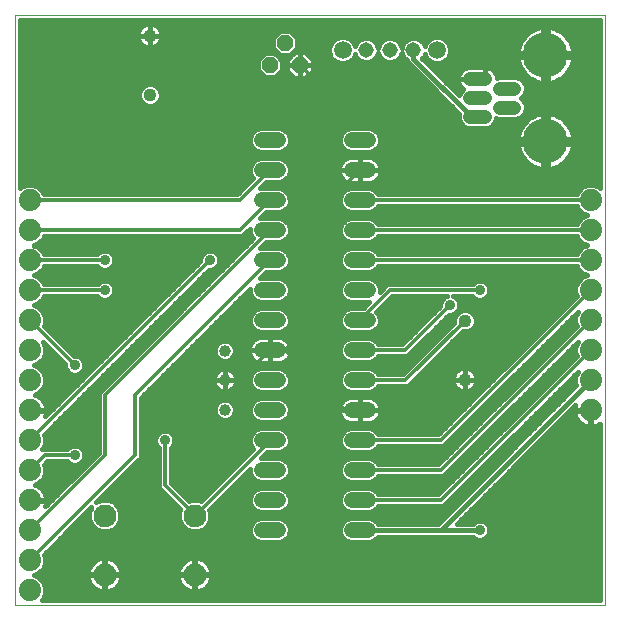
<source format=gbl>
G75*
%MOIN*%
%OFA0B0*%
%FSLAX25Y25*%
%IPPOS*%
%LPD*%
%AMOC8*
5,1,8,0,0,1.08239X$1,22.5*
%
%ADD10C,0.00000*%
%ADD11C,0.07400*%
%ADD12C,0.05200*%
%ADD13C,0.04362*%
%ADD14C,0.07600*%
%ADD15C,0.05150*%
%ADD16C,0.05937*%
%ADD17C,0.15000*%
%ADD18C,0.04756*%
%ADD19C,0.03969*%
%ADD20OC8,0.05200*%
%ADD21C,0.03562*%
%ADD22C,0.01200*%
%ADD23C,0.01600*%
D10*
X0005060Y0003591D02*
X0005060Y0200441D01*
X0201910Y0200441D01*
X0201910Y0003591D01*
X0005060Y0003591D01*
D11*
X0010060Y0008591D03*
X0010060Y0018591D03*
X0010060Y0028591D03*
X0010060Y0038591D03*
X0010060Y0048591D03*
X0010060Y0058591D03*
X0010060Y0068591D03*
X0010060Y0078591D03*
X0010060Y0088591D03*
X0010060Y0098591D03*
X0010060Y0108591D03*
X0010060Y0118591D03*
X0010060Y0128591D03*
X0010060Y0138591D03*
X0197060Y0138591D03*
X0197060Y0128591D03*
X0197060Y0118591D03*
X0197060Y0108591D03*
X0197060Y0098591D03*
X0197060Y0088591D03*
X0197060Y0078591D03*
X0197060Y0068591D03*
D12*
X0122660Y0068591D02*
X0117460Y0068591D01*
X0117460Y0078591D02*
X0122660Y0078591D01*
X0122660Y0088591D02*
X0117460Y0088591D01*
X0117460Y0098591D02*
X0122660Y0098591D01*
X0122660Y0108591D02*
X0117460Y0108591D01*
X0117460Y0118591D02*
X0122660Y0118591D01*
X0122660Y0128591D02*
X0117460Y0128591D01*
X0117460Y0138591D02*
X0122660Y0138591D01*
X0122660Y0148591D02*
X0117460Y0148591D01*
X0117460Y0158591D02*
X0122660Y0158591D01*
X0092660Y0158591D02*
X0087460Y0158591D01*
X0087460Y0148591D02*
X0092660Y0148591D01*
X0092660Y0138591D02*
X0087460Y0138591D01*
X0087460Y0128591D02*
X0092660Y0128591D01*
X0092660Y0118591D02*
X0087460Y0118591D01*
X0087460Y0108591D02*
X0092660Y0108591D01*
X0092660Y0098591D02*
X0087460Y0098591D01*
X0087460Y0088591D02*
X0092660Y0088591D01*
X0092660Y0078591D02*
X0087460Y0078591D01*
X0087460Y0068591D02*
X0092660Y0068591D01*
X0092660Y0058591D02*
X0087460Y0058591D01*
X0087460Y0048591D02*
X0092660Y0048591D01*
X0092660Y0038591D02*
X0087460Y0038591D01*
X0087460Y0028591D02*
X0092660Y0028591D01*
X0117460Y0028591D02*
X0122660Y0028591D01*
X0122660Y0038591D02*
X0117460Y0038591D01*
X0117460Y0048591D02*
X0122660Y0048591D01*
X0122660Y0058591D02*
X0117460Y0058591D01*
D13*
X0155060Y0078748D03*
X0155060Y0098433D03*
X0050060Y0173748D03*
X0050060Y0193433D03*
D14*
X0065060Y0033433D03*
X0065060Y0013748D03*
X0035060Y0013748D03*
X0035060Y0033433D03*
D15*
X0122186Y0188591D03*
X0130060Y0188591D03*
X0137934Y0188591D03*
D16*
X0145808Y0188591D03*
X0114312Y0188591D03*
D17*
X0181950Y0187016D03*
X0181950Y0158276D03*
D18*
X0171548Y0169496D02*
X0166792Y0169496D01*
X0161674Y0166346D02*
X0156918Y0166346D01*
X0156918Y0172646D02*
X0161674Y0172646D01*
X0166792Y0175795D02*
X0171548Y0175795D01*
X0161674Y0178945D02*
X0156918Y0178945D01*
D19*
X0075060Y0088433D03*
X0075060Y0078591D03*
X0075060Y0068748D03*
D20*
X0090060Y0183591D03*
X0095060Y0191091D03*
X0100060Y0183591D03*
D21*
X0070060Y0118591D03*
X0035060Y0118591D03*
X0035060Y0108591D03*
X0025060Y0083591D03*
X0025060Y0053591D03*
X0055060Y0058591D03*
X0150060Y0103591D03*
X0160060Y0108591D03*
X0160060Y0028591D03*
D22*
X0147060Y0038591D02*
X0197060Y0088591D01*
X0197060Y0098591D02*
X0147060Y0048591D01*
X0120060Y0048591D01*
X0120060Y0058591D02*
X0147060Y0058591D01*
X0197060Y0108591D01*
X0197060Y0118591D02*
X0120060Y0118591D01*
X0120060Y0128591D02*
X0197060Y0128591D01*
X0197060Y0138591D02*
X0120060Y0138591D01*
X0120060Y0148591D02*
X0105060Y0133591D01*
X0105060Y0178591D01*
X0100060Y0183591D01*
X0090060Y0148591D02*
X0080060Y0138591D01*
X0010060Y0138591D01*
X0010060Y0128591D02*
X0080060Y0128591D01*
X0090060Y0138591D01*
X0090060Y0128591D02*
X0035060Y0073591D01*
X0035060Y0053591D01*
X0010060Y0028591D01*
X0010060Y0018591D02*
X0045060Y0053591D01*
X0045060Y0073591D01*
X0090060Y0118591D01*
X0105060Y0133591D02*
X0105060Y0098591D01*
X0095060Y0088591D01*
X0090060Y0088591D01*
X0080060Y0078591D01*
X0075060Y0078591D01*
X0095060Y0088591D02*
X0115060Y0068591D01*
X0120060Y0068591D01*
X0120060Y0078591D02*
X0135217Y0078591D01*
X0155060Y0098433D01*
X0150060Y0103591D02*
X0135060Y0088591D01*
X0120060Y0088591D01*
X0120060Y0098591D02*
X0130060Y0108591D01*
X0160060Y0108591D01*
X0181950Y0158276D02*
X0181950Y0187016D01*
X0070060Y0118591D02*
X0010060Y0058591D01*
X0015060Y0053591D02*
X0010060Y0048591D01*
X0015060Y0053591D02*
X0025060Y0053591D01*
X0025060Y0083591D02*
X0010060Y0098591D01*
X0010060Y0108591D02*
X0035060Y0108591D01*
X0035060Y0118591D02*
X0010060Y0118591D01*
X0055060Y0058591D02*
X0055060Y0043591D01*
X0065060Y0033591D01*
X0065060Y0033433D01*
X0090060Y0058433D01*
X0090060Y0058591D01*
X0120060Y0038591D02*
X0147060Y0038591D01*
D23*
X0148457Y0037159D02*
X0152517Y0037159D01*
X0150919Y0035561D02*
X0125287Y0035561D01*
X0124926Y0035200D02*
X0126051Y0036325D01*
X0126161Y0036591D01*
X0147888Y0036591D01*
X0192708Y0081410D01*
X0191960Y0079605D01*
X0191960Y0077576D01*
X0192245Y0076887D01*
X0146149Y0030791D01*
X0126078Y0030791D01*
X0126051Y0030856D01*
X0124926Y0031982D01*
X0123456Y0032591D01*
X0116664Y0032591D01*
X0115194Y0031982D01*
X0114069Y0030856D01*
X0113460Y0029386D01*
X0113460Y0027795D01*
X0114069Y0026325D01*
X0115194Y0025200D01*
X0116664Y0024591D01*
X0123456Y0024591D01*
X0124926Y0025200D01*
X0126051Y0026325D01*
X0126078Y0026391D01*
X0157761Y0026391D01*
X0158258Y0025894D01*
X0159427Y0025409D01*
X0160693Y0025409D01*
X0161862Y0025894D01*
X0162757Y0026789D01*
X0163241Y0027958D01*
X0163241Y0029223D01*
X0162757Y0030392D01*
X0161862Y0031287D01*
X0160693Y0031772D01*
X0159427Y0031772D01*
X0158258Y0031287D01*
X0157761Y0030791D01*
X0152371Y0030791D01*
X0191809Y0070228D01*
X0191695Y0069878D01*
X0191560Y0069023D01*
X0191560Y0068791D01*
X0196860Y0068791D01*
X0196860Y0068391D01*
X0191560Y0068391D01*
X0191560Y0068158D01*
X0191695Y0067303D01*
X0191963Y0066479D01*
X0192356Y0065708D01*
X0192865Y0065008D01*
X0193477Y0064395D01*
X0194177Y0063887D01*
X0194949Y0063494D01*
X0195772Y0063226D01*
X0196627Y0063091D01*
X0196860Y0063091D01*
X0196860Y0068390D01*
X0197260Y0068390D01*
X0197260Y0063091D01*
X0197493Y0063091D01*
X0198348Y0063226D01*
X0199171Y0063494D01*
X0199943Y0063887D01*
X0200110Y0064008D01*
X0200110Y0005391D01*
X0014072Y0005391D01*
X0014384Y0005702D01*
X0015160Y0007576D01*
X0015160Y0009605D01*
X0014384Y0011479D01*
X0012949Y0012914D01*
X0011316Y0013591D01*
X0012949Y0014267D01*
X0014384Y0015702D01*
X0015160Y0017576D01*
X0015160Y0019605D01*
X0014792Y0020494D01*
X0030634Y0036336D01*
X0029860Y0034467D01*
X0029860Y0032399D01*
X0030652Y0030487D01*
X0032114Y0029025D01*
X0034026Y0028233D01*
X0036094Y0028233D01*
X0038006Y0029025D01*
X0039468Y0030487D01*
X0040260Y0032399D01*
X0040260Y0034467D01*
X0039468Y0036379D01*
X0038006Y0037841D01*
X0036094Y0038633D01*
X0034026Y0038633D01*
X0032157Y0037859D01*
X0045888Y0051591D01*
X0047060Y0052762D01*
X0047060Y0072762D01*
X0083460Y0109162D01*
X0083460Y0107795D01*
X0084069Y0106325D01*
X0085194Y0105200D01*
X0086664Y0104591D01*
X0093456Y0104591D01*
X0094926Y0105200D01*
X0096051Y0106325D01*
X0096660Y0107795D01*
X0096660Y0109386D01*
X0096051Y0110856D01*
X0094926Y0111982D01*
X0093456Y0112591D01*
X0086888Y0112591D01*
X0088888Y0114591D01*
X0093456Y0114591D01*
X0094926Y0115200D01*
X0096051Y0116325D01*
X0096660Y0117795D01*
X0096660Y0119386D01*
X0096051Y0120856D01*
X0094926Y0121982D01*
X0093456Y0122591D01*
X0086888Y0122591D01*
X0088888Y0124591D01*
X0093456Y0124591D01*
X0094926Y0125200D01*
X0096051Y0126325D01*
X0096660Y0127795D01*
X0096660Y0129386D01*
X0096051Y0130856D01*
X0094926Y0131982D01*
X0093456Y0132591D01*
X0086888Y0132591D01*
X0088888Y0134591D01*
X0093456Y0134591D01*
X0094926Y0135200D01*
X0096051Y0136325D01*
X0096660Y0137795D01*
X0096660Y0139386D01*
X0096051Y0140856D01*
X0094926Y0141982D01*
X0093456Y0142591D01*
X0086888Y0142591D01*
X0088888Y0144591D01*
X0093456Y0144591D01*
X0094926Y0145200D01*
X0096051Y0146325D01*
X0096660Y0147795D01*
X0096660Y0149386D01*
X0096051Y0150856D01*
X0094926Y0151982D01*
X0093456Y0152591D01*
X0086664Y0152591D01*
X0085194Y0151982D01*
X0084069Y0150856D01*
X0083460Y0149386D01*
X0083460Y0147795D01*
X0084069Y0146325D01*
X0084517Y0145876D01*
X0079232Y0140591D01*
X0014752Y0140591D01*
X0014384Y0141479D01*
X0012949Y0142914D01*
X0011074Y0143691D01*
X0009046Y0143691D01*
X0007171Y0142914D01*
X0006860Y0142603D01*
X0006860Y0198641D01*
X0200110Y0198641D01*
X0200110Y0142753D01*
X0199949Y0142914D01*
X0198074Y0143691D01*
X0196046Y0143691D01*
X0194171Y0142914D01*
X0192736Y0141479D01*
X0192368Y0140591D01*
X0126161Y0140591D01*
X0126051Y0140856D01*
X0124926Y0141982D01*
X0123456Y0142591D01*
X0116664Y0142591D01*
X0115194Y0141982D01*
X0114069Y0140856D01*
X0113460Y0139386D01*
X0113460Y0137795D01*
X0114069Y0136325D01*
X0115194Y0135200D01*
X0116664Y0134591D01*
X0123456Y0134591D01*
X0124926Y0135200D01*
X0126051Y0136325D01*
X0126161Y0136591D01*
X0192368Y0136591D01*
X0192736Y0135702D01*
X0194171Y0134267D01*
X0195804Y0133591D01*
X0194171Y0132914D01*
X0192736Y0131479D01*
X0192368Y0130591D01*
X0126161Y0130591D01*
X0126051Y0130856D01*
X0124926Y0131982D01*
X0123456Y0132591D01*
X0116664Y0132591D01*
X0115194Y0131982D01*
X0114069Y0130856D01*
X0113460Y0129386D01*
X0113460Y0127795D01*
X0114069Y0126325D01*
X0115194Y0125200D01*
X0116664Y0124591D01*
X0123456Y0124591D01*
X0124926Y0125200D01*
X0126051Y0126325D01*
X0126161Y0126591D01*
X0192368Y0126591D01*
X0192736Y0125702D01*
X0194171Y0124267D01*
X0195804Y0123591D01*
X0194171Y0122914D01*
X0192736Y0121479D01*
X0192368Y0120591D01*
X0126161Y0120591D01*
X0126051Y0120856D01*
X0124926Y0121982D01*
X0123456Y0122591D01*
X0116664Y0122591D01*
X0115194Y0121982D01*
X0114069Y0120856D01*
X0113460Y0119386D01*
X0113460Y0117795D01*
X0114069Y0116325D01*
X0115194Y0115200D01*
X0116664Y0114591D01*
X0123456Y0114591D01*
X0124926Y0115200D01*
X0126051Y0116325D01*
X0126161Y0116591D01*
X0192368Y0116591D01*
X0192736Y0115702D01*
X0194171Y0114267D01*
X0195804Y0113591D01*
X0194171Y0112914D01*
X0192736Y0111479D01*
X0191960Y0109605D01*
X0191960Y0107576D01*
X0192328Y0106687D01*
X0146232Y0060591D01*
X0126161Y0060591D01*
X0126051Y0060856D01*
X0124926Y0061982D01*
X0123456Y0062591D01*
X0116664Y0062591D01*
X0115194Y0061982D01*
X0114069Y0060856D01*
X0113460Y0059386D01*
X0113460Y0057795D01*
X0114069Y0056325D01*
X0115194Y0055200D01*
X0116664Y0054591D01*
X0123456Y0054591D01*
X0124926Y0055200D01*
X0126051Y0056325D01*
X0126161Y0056591D01*
X0147888Y0056591D01*
X0192708Y0101410D01*
X0191960Y0099605D01*
X0191960Y0097576D01*
X0192328Y0096687D01*
X0146232Y0050591D01*
X0126161Y0050591D01*
X0126051Y0050856D01*
X0124926Y0051982D01*
X0123456Y0052591D01*
X0116664Y0052591D01*
X0115194Y0051982D01*
X0114069Y0050856D01*
X0113460Y0049386D01*
X0113460Y0047795D01*
X0114069Y0046325D01*
X0115194Y0045200D01*
X0116664Y0044591D01*
X0123456Y0044591D01*
X0124926Y0045200D01*
X0126051Y0046325D01*
X0126161Y0046591D01*
X0147888Y0046591D01*
X0192708Y0091410D01*
X0191960Y0089605D01*
X0191960Y0087576D01*
X0192328Y0086687D01*
X0146232Y0040591D01*
X0126161Y0040591D01*
X0126051Y0040856D01*
X0124926Y0041982D01*
X0123456Y0042591D01*
X0116664Y0042591D01*
X0115194Y0041982D01*
X0114069Y0040856D01*
X0113460Y0039386D01*
X0113460Y0037795D01*
X0114069Y0036325D01*
X0115194Y0035200D01*
X0116664Y0034591D01*
X0123456Y0034591D01*
X0124926Y0035200D01*
X0124003Y0032364D02*
X0147722Y0032364D01*
X0149320Y0033962D02*
X0070260Y0033962D01*
X0070260Y0034467D02*
X0069868Y0035413D01*
X0083460Y0049005D01*
X0083460Y0047795D01*
X0084069Y0046325D01*
X0085194Y0045200D01*
X0086664Y0044591D01*
X0093456Y0044591D01*
X0094926Y0045200D01*
X0096051Y0046325D01*
X0096660Y0047795D01*
X0096660Y0049386D01*
X0096051Y0050856D01*
X0094926Y0051982D01*
X0093456Y0052591D01*
X0087046Y0052591D01*
X0089046Y0054591D01*
X0093456Y0054591D01*
X0094926Y0055200D01*
X0096051Y0056325D01*
X0096660Y0057795D01*
X0096660Y0059386D01*
X0096051Y0060856D01*
X0094926Y0061982D01*
X0093456Y0062591D01*
X0086664Y0062591D01*
X0085194Y0061982D01*
X0084069Y0060856D01*
X0083460Y0059386D01*
X0083460Y0057795D01*
X0084069Y0056325D01*
X0084596Y0055798D01*
X0067040Y0038241D01*
X0066094Y0038633D01*
X0064026Y0038633D01*
X0063191Y0038288D01*
X0057060Y0044419D01*
X0057060Y0056092D01*
X0057757Y0056789D01*
X0058241Y0057958D01*
X0058241Y0059223D01*
X0057757Y0060392D01*
X0056862Y0061287D01*
X0055693Y0061772D01*
X0054427Y0061772D01*
X0053258Y0061287D01*
X0052363Y0060392D01*
X0051879Y0059223D01*
X0051879Y0057958D01*
X0052363Y0056789D01*
X0053060Y0056092D01*
X0053060Y0042762D01*
X0054232Y0041591D01*
X0060298Y0035524D01*
X0059860Y0034467D01*
X0059860Y0032399D01*
X0060652Y0030487D01*
X0062114Y0029025D01*
X0064026Y0028233D01*
X0066094Y0028233D01*
X0068006Y0029025D01*
X0069468Y0030487D01*
X0070260Y0032399D01*
X0070260Y0034467D01*
X0070016Y0035561D02*
X0084833Y0035561D01*
X0085194Y0035200D02*
X0086664Y0034591D01*
X0093456Y0034591D01*
X0094926Y0035200D01*
X0096051Y0036325D01*
X0096660Y0037795D01*
X0096660Y0039386D01*
X0096051Y0040856D01*
X0094926Y0041982D01*
X0093456Y0042591D01*
X0086664Y0042591D01*
X0085194Y0041982D01*
X0084069Y0040856D01*
X0083460Y0039386D01*
X0083460Y0037795D01*
X0084069Y0036325D01*
X0085194Y0035200D01*
X0083723Y0037159D02*
X0071615Y0037159D01*
X0073213Y0038758D02*
X0083460Y0038758D01*
X0083862Y0040356D02*
X0074812Y0040356D01*
X0076410Y0041955D02*
X0085167Y0041955D01*
X0085309Y0045152D02*
X0079607Y0045152D01*
X0078009Y0043553D02*
X0149194Y0043553D01*
X0147596Y0041955D02*
X0124953Y0041955D01*
X0124811Y0045152D02*
X0150793Y0045152D01*
X0152391Y0046750D02*
X0148048Y0046750D01*
X0149647Y0048349D02*
X0153990Y0048349D01*
X0155588Y0049947D02*
X0151245Y0049947D01*
X0152844Y0051546D02*
X0157187Y0051546D01*
X0158785Y0053144D02*
X0154442Y0053144D01*
X0156041Y0054743D02*
X0160384Y0054743D01*
X0161982Y0056341D02*
X0157639Y0056341D01*
X0159238Y0057940D02*
X0163581Y0057940D01*
X0165179Y0059538D02*
X0160836Y0059538D01*
X0162435Y0061137D02*
X0166778Y0061137D01*
X0168377Y0062735D02*
X0164033Y0062735D01*
X0165632Y0064334D02*
X0169975Y0064334D01*
X0171574Y0065932D02*
X0167230Y0065932D01*
X0168829Y0067531D02*
X0173172Y0067531D01*
X0174771Y0069130D02*
X0170427Y0069130D01*
X0172026Y0070728D02*
X0176369Y0070728D01*
X0177968Y0072327D02*
X0173624Y0072327D01*
X0175223Y0073925D02*
X0179566Y0073925D01*
X0181165Y0075524D02*
X0176821Y0075524D01*
X0178420Y0077122D02*
X0182763Y0077122D01*
X0184362Y0078721D02*
X0180018Y0078721D01*
X0181617Y0080319D02*
X0185960Y0080319D01*
X0187559Y0081918D02*
X0183215Y0081918D01*
X0184814Y0083516D02*
X0189157Y0083516D01*
X0190756Y0085115D02*
X0186412Y0085115D01*
X0188011Y0086713D02*
X0192317Y0086713D01*
X0191960Y0088312D02*
X0189609Y0088312D01*
X0191208Y0089910D02*
X0192086Y0089910D01*
X0188748Y0093107D02*
X0184405Y0093107D01*
X0182807Y0091509D02*
X0187150Y0091509D01*
X0185551Y0089910D02*
X0181208Y0089910D01*
X0179609Y0088312D02*
X0183953Y0088312D01*
X0182354Y0086713D02*
X0178011Y0086713D01*
X0176412Y0085115D02*
X0180756Y0085115D01*
X0179157Y0083516D02*
X0174814Y0083516D01*
X0173215Y0081918D02*
X0177559Y0081918D01*
X0175960Y0080319D02*
X0171617Y0080319D01*
X0170018Y0078721D02*
X0174362Y0078721D01*
X0172763Y0077122D02*
X0168420Y0077122D01*
X0166821Y0075524D02*
X0171165Y0075524D01*
X0169566Y0073925D02*
X0165223Y0073925D01*
X0163624Y0072327D02*
X0167968Y0072327D01*
X0166369Y0070728D02*
X0162026Y0070728D01*
X0160427Y0069130D02*
X0164771Y0069130D01*
X0163172Y0067531D02*
X0158829Y0067531D01*
X0157230Y0065932D02*
X0161574Y0065932D01*
X0159975Y0064334D02*
X0155632Y0064334D01*
X0154033Y0062735D02*
X0158377Y0062735D01*
X0156778Y0061137D02*
X0152435Y0061137D01*
X0150836Y0059538D02*
X0155179Y0059538D01*
X0153581Y0057940D02*
X0149238Y0057940D01*
X0151982Y0056341D02*
X0126058Y0056341D01*
X0123823Y0054743D02*
X0150384Y0054743D01*
X0148785Y0053144D02*
X0087600Y0053144D01*
X0083541Y0054743D02*
X0057060Y0054743D01*
X0057060Y0053144D02*
X0081943Y0053144D01*
X0080344Y0051546D02*
X0057060Y0051546D01*
X0057060Y0049947D02*
X0078746Y0049947D01*
X0077147Y0048349D02*
X0057060Y0048349D01*
X0057060Y0046750D02*
X0075549Y0046750D01*
X0073950Y0045152D02*
X0057060Y0045152D01*
X0057926Y0043553D02*
X0072352Y0043553D01*
X0070753Y0041955D02*
X0059524Y0041955D01*
X0061123Y0040356D02*
X0069155Y0040356D01*
X0067556Y0038758D02*
X0062721Y0038758D01*
X0060261Y0035561D02*
X0039807Y0035561D01*
X0040260Y0033962D02*
X0059860Y0033962D01*
X0059874Y0032364D02*
X0040245Y0032364D01*
X0039583Y0030765D02*
X0060537Y0030765D01*
X0061972Y0029167D02*
X0038148Y0029167D01*
X0031972Y0029167D02*
X0023465Y0029167D01*
X0025063Y0030765D02*
X0030537Y0030765D01*
X0029874Y0032364D02*
X0026662Y0032364D01*
X0028260Y0033962D02*
X0029860Y0033962D01*
X0029859Y0035561D02*
X0030313Y0035561D01*
X0033056Y0038758D02*
X0057064Y0038758D01*
X0055466Y0040356D02*
X0034654Y0040356D01*
X0036253Y0041955D02*
X0053867Y0041955D01*
X0053060Y0043553D02*
X0037851Y0043553D01*
X0039450Y0045152D02*
X0053060Y0045152D01*
X0053060Y0046750D02*
X0041048Y0046750D01*
X0042647Y0048349D02*
X0053060Y0048349D01*
X0053060Y0049947D02*
X0044245Y0049947D01*
X0045844Y0051546D02*
X0053060Y0051546D01*
X0053060Y0053144D02*
X0047060Y0053144D01*
X0047060Y0054743D02*
X0053060Y0054743D01*
X0052810Y0056341D02*
X0047060Y0056341D01*
X0047060Y0057940D02*
X0051886Y0057940D01*
X0052009Y0059538D02*
X0047060Y0059538D01*
X0047060Y0061137D02*
X0053108Y0061137D01*
X0057012Y0061137D02*
X0084350Y0061137D01*
X0083523Y0059538D02*
X0058111Y0059538D01*
X0058234Y0057940D02*
X0083460Y0057940D01*
X0084062Y0056341D02*
X0057310Y0056341D01*
X0047060Y0062735D02*
X0148377Y0062735D01*
X0149975Y0064334D02*
X0123798Y0064334D01*
X0123690Y0064299D02*
X0124349Y0064513D01*
X0124966Y0064827D01*
X0125526Y0065234D01*
X0126016Y0065724D01*
X0126423Y0066284D01*
X0126738Y0066902D01*
X0126952Y0067560D01*
X0127060Y0068244D01*
X0127060Y0068590D01*
X0120060Y0068590D01*
X0120060Y0064191D01*
X0123006Y0064191D01*
X0123690Y0064299D01*
X0126167Y0065932D02*
X0151574Y0065932D01*
X0153172Y0067531D02*
X0126942Y0067531D01*
X0127060Y0068591D02*
X0127060Y0068937D01*
X0126952Y0069621D01*
X0126738Y0070280D01*
X0126423Y0070897D01*
X0126016Y0071457D01*
X0125526Y0071947D01*
X0124966Y0072354D01*
X0124349Y0072668D01*
X0123690Y0072882D01*
X0123006Y0072991D01*
X0120060Y0072991D01*
X0117114Y0072991D01*
X0116430Y0072882D01*
X0115771Y0072668D01*
X0115154Y0072354D01*
X0114594Y0071947D01*
X0114104Y0071457D01*
X0113697Y0070897D01*
X0113382Y0070280D01*
X0113168Y0069621D01*
X0113060Y0068937D01*
X0113060Y0068591D01*
X0120060Y0068591D01*
X0120060Y0072991D01*
X0120060Y0068591D01*
X0120060Y0068591D01*
X0127060Y0068591D01*
X0127029Y0069130D02*
X0154771Y0069130D01*
X0156369Y0070728D02*
X0126509Y0070728D01*
X0125004Y0072327D02*
X0157968Y0072327D01*
X0159566Y0073925D02*
X0048223Y0073925D01*
X0047060Y0072327D02*
X0086027Y0072327D01*
X0086664Y0072591D02*
X0085194Y0071982D01*
X0084069Y0070856D01*
X0083460Y0069386D01*
X0083460Y0067795D01*
X0084069Y0066325D01*
X0085194Y0065200D01*
X0086664Y0064591D01*
X0093456Y0064591D01*
X0094926Y0065200D01*
X0096051Y0066325D01*
X0096660Y0067795D01*
X0096660Y0069386D01*
X0096051Y0070856D01*
X0094926Y0071982D01*
X0093456Y0072591D01*
X0086664Y0072591D01*
X0086664Y0074591D02*
X0093456Y0074591D01*
X0094926Y0075200D01*
X0096051Y0076325D01*
X0096660Y0077795D01*
X0096660Y0079386D01*
X0096051Y0080856D01*
X0094926Y0081982D01*
X0093456Y0082591D01*
X0086664Y0082591D01*
X0085194Y0081982D01*
X0084069Y0080856D01*
X0083460Y0079386D01*
X0083460Y0077795D01*
X0084069Y0076325D01*
X0085194Y0075200D01*
X0086664Y0074591D01*
X0084870Y0075524D02*
X0077281Y0075524D01*
X0077472Y0075651D02*
X0076852Y0075237D01*
X0076164Y0074952D01*
X0075433Y0074806D01*
X0075060Y0074806D01*
X0075060Y0078590D01*
X0075060Y0078590D01*
X0075060Y0074806D01*
X0074687Y0074806D01*
X0073956Y0074952D01*
X0073267Y0075237D01*
X0072648Y0075651D01*
X0072121Y0076178D01*
X0071706Y0076798D01*
X0071421Y0077487D01*
X0071276Y0078218D01*
X0071276Y0078590D01*
X0075060Y0078590D01*
X0075060Y0078591D01*
X0075060Y0082375D01*
X0074687Y0082375D01*
X0073956Y0082229D01*
X0073267Y0081944D01*
X0072648Y0081530D01*
X0072121Y0081003D01*
X0071706Y0080383D01*
X0071421Y0079694D01*
X0071276Y0078963D01*
X0071276Y0078591D01*
X0075060Y0078591D01*
X0075060Y0078591D01*
X0075060Y0082375D01*
X0075433Y0082375D01*
X0076164Y0082229D01*
X0076852Y0081944D01*
X0077472Y0081530D01*
X0077999Y0081003D01*
X0078414Y0080383D01*
X0078699Y0079694D01*
X0078844Y0078963D01*
X0078844Y0078591D01*
X0075060Y0078591D01*
X0075060Y0078590D01*
X0078844Y0078590D01*
X0078844Y0078218D01*
X0078699Y0077487D01*
X0078414Y0076798D01*
X0077999Y0076178D01*
X0077472Y0075651D01*
X0078548Y0077122D02*
X0083739Y0077122D01*
X0083460Y0078721D02*
X0078844Y0078721D01*
X0078440Y0080319D02*
X0083846Y0080319D01*
X0085130Y0081918D02*
X0076892Y0081918D01*
X0075060Y0081918D02*
X0075060Y0081918D01*
X0075060Y0080319D02*
X0075060Y0080319D01*
X0075060Y0078721D02*
X0075060Y0078721D01*
X0075060Y0077122D02*
X0075060Y0077122D01*
X0075060Y0075524D02*
X0075060Y0075524D01*
X0072839Y0075524D02*
X0049821Y0075524D01*
X0051420Y0077122D02*
X0071572Y0077122D01*
X0071276Y0078721D02*
X0053018Y0078721D01*
X0054617Y0080319D02*
X0071680Y0080319D01*
X0073228Y0081918D02*
X0056215Y0081918D01*
X0057814Y0083516D02*
X0137315Y0083516D01*
X0138913Y0085115D02*
X0124721Y0085115D01*
X0124926Y0085200D02*
X0126051Y0086325D01*
X0126161Y0086591D01*
X0135888Y0086591D01*
X0149707Y0100409D01*
X0150693Y0100409D01*
X0151862Y0100894D01*
X0152757Y0101789D01*
X0153241Y0102958D01*
X0153241Y0104223D01*
X0152757Y0105392D01*
X0151862Y0106287D01*
X0151130Y0106591D01*
X0157561Y0106591D01*
X0158258Y0105894D01*
X0159427Y0105409D01*
X0160693Y0105409D01*
X0161862Y0105894D01*
X0162757Y0106789D01*
X0163241Y0107958D01*
X0163241Y0109223D01*
X0162757Y0110392D01*
X0161862Y0111287D01*
X0160693Y0111772D01*
X0159427Y0111772D01*
X0158258Y0111287D01*
X0157561Y0110591D01*
X0129232Y0110591D01*
X0126660Y0108019D01*
X0126660Y0109386D01*
X0126051Y0110856D01*
X0124926Y0111982D01*
X0123456Y0112591D01*
X0116664Y0112591D01*
X0115194Y0111982D01*
X0114069Y0110856D01*
X0113460Y0109386D01*
X0113460Y0107795D01*
X0114069Y0106325D01*
X0115194Y0105200D01*
X0116664Y0104591D01*
X0123232Y0104591D01*
X0121232Y0102591D01*
X0116664Y0102591D01*
X0115194Y0101982D01*
X0114069Y0100856D01*
X0113460Y0099386D01*
X0113460Y0097795D01*
X0114069Y0096325D01*
X0115194Y0095200D01*
X0116664Y0094591D01*
X0123456Y0094591D01*
X0124926Y0095200D01*
X0126051Y0096325D01*
X0126660Y0097795D01*
X0126660Y0099386D01*
X0126051Y0100856D01*
X0125603Y0101305D01*
X0130888Y0106591D01*
X0148990Y0106591D01*
X0148258Y0106287D01*
X0147363Y0105392D01*
X0146879Y0104223D01*
X0146879Y0103238D01*
X0134232Y0090591D01*
X0126161Y0090591D01*
X0126051Y0090856D01*
X0124926Y0091982D01*
X0123456Y0092591D01*
X0116664Y0092591D01*
X0115194Y0091982D01*
X0114069Y0090856D01*
X0113460Y0089386D01*
X0113460Y0087795D01*
X0114069Y0086325D01*
X0115194Y0085200D01*
X0116664Y0084591D01*
X0123456Y0084591D01*
X0124926Y0085200D01*
X0123456Y0082591D02*
X0116664Y0082591D01*
X0115194Y0081982D01*
X0114069Y0080856D01*
X0113460Y0079386D01*
X0113460Y0077795D01*
X0114069Y0076325D01*
X0115194Y0075200D01*
X0116664Y0074591D01*
X0123456Y0074591D01*
X0124926Y0075200D01*
X0126051Y0076325D01*
X0126161Y0076591D01*
X0136046Y0076591D01*
X0154319Y0094864D01*
X0154348Y0094852D01*
X0155772Y0094852D01*
X0157089Y0095397D01*
X0158096Y0096405D01*
X0158641Y0097721D01*
X0158641Y0099145D01*
X0158096Y0100462D01*
X0157089Y0101469D01*
X0155772Y0102014D01*
X0154348Y0102014D01*
X0153031Y0101469D01*
X0152024Y0100462D01*
X0151479Y0099145D01*
X0151479Y0097721D01*
X0151491Y0097692D01*
X0134389Y0080591D01*
X0126161Y0080591D01*
X0126051Y0080856D01*
X0124926Y0081982D01*
X0123456Y0082591D01*
X0124990Y0081918D02*
X0135716Y0081918D01*
X0138176Y0078721D02*
X0151079Y0078721D01*
X0151079Y0078748D02*
X0151079Y0078356D01*
X0151232Y0077587D01*
X0151532Y0076862D01*
X0151968Y0076210D01*
X0152522Y0075656D01*
X0153174Y0075220D01*
X0153899Y0074920D01*
X0154668Y0074767D01*
X0155060Y0074767D01*
X0155452Y0074767D01*
X0156221Y0074920D01*
X0156946Y0075220D01*
X0157598Y0075656D01*
X0158152Y0076210D01*
X0158588Y0076862D01*
X0158888Y0077587D01*
X0159041Y0078356D01*
X0159041Y0078748D01*
X0155060Y0078748D01*
X0155060Y0074767D01*
X0155060Y0078748D01*
X0155060Y0078748D01*
X0155060Y0078748D01*
X0159041Y0078748D01*
X0159041Y0079140D01*
X0158888Y0079909D01*
X0158588Y0080634D01*
X0158152Y0081286D01*
X0157598Y0081840D01*
X0156946Y0082276D01*
X0156221Y0082576D01*
X0155452Y0082729D01*
X0155060Y0082729D01*
X0155060Y0078748D01*
X0151079Y0078748D01*
X0155060Y0078748D01*
X0155060Y0078748D01*
X0155060Y0078748D01*
X0155060Y0082729D01*
X0154668Y0082729D01*
X0153899Y0082576D01*
X0153174Y0082276D01*
X0152522Y0081840D01*
X0151968Y0081286D01*
X0151532Y0080634D01*
X0151232Y0079909D01*
X0151079Y0079140D01*
X0151079Y0078748D01*
X0151402Y0080319D02*
X0139774Y0080319D01*
X0141373Y0081918D02*
X0152638Y0081918D01*
X0155060Y0081918D02*
X0155060Y0081918D01*
X0155060Y0080319D02*
X0155060Y0080319D01*
X0155060Y0078721D02*
X0155060Y0078721D01*
X0155060Y0077122D02*
X0155060Y0077122D01*
X0155060Y0075524D02*
X0155060Y0075524D01*
X0152720Y0075524D02*
X0125250Y0075524D01*
X0120060Y0072327D02*
X0120060Y0072327D01*
X0120060Y0070728D02*
X0120060Y0070728D01*
X0120060Y0069130D02*
X0120060Y0069130D01*
X0120060Y0068591D02*
X0120060Y0068590D01*
X0120060Y0068590D01*
X0120060Y0064191D01*
X0117114Y0064191D01*
X0116430Y0064299D01*
X0115771Y0064513D01*
X0115154Y0064827D01*
X0114594Y0065234D01*
X0114104Y0065724D01*
X0113697Y0066284D01*
X0113382Y0066902D01*
X0113168Y0067560D01*
X0113060Y0068244D01*
X0113060Y0068590D01*
X0120060Y0068590D01*
X0120060Y0068591D01*
X0120060Y0067531D02*
X0120060Y0067531D01*
X0120060Y0065932D02*
X0120060Y0065932D01*
X0120060Y0064334D02*
X0120060Y0064334D01*
X0116322Y0064334D02*
X0047060Y0064334D01*
X0047060Y0065932D02*
X0073089Y0065932D01*
X0073143Y0065879D02*
X0074387Y0065364D01*
X0075733Y0065364D01*
X0076977Y0065879D01*
X0077929Y0066831D01*
X0078444Y0068075D01*
X0078444Y0069421D01*
X0077929Y0070665D01*
X0076977Y0071617D01*
X0075733Y0072132D01*
X0074387Y0072132D01*
X0073143Y0071617D01*
X0072191Y0070665D01*
X0071676Y0069421D01*
X0071676Y0068075D01*
X0072191Y0066831D01*
X0073143Y0065879D01*
X0071901Y0067531D02*
X0047060Y0067531D01*
X0047060Y0069130D02*
X0071676Y0069130D01*
X0072254Y0070728D02*
X0047060Y0070728D01*
X0037362Y0078721D02*
X0033018Y0078721D01*
X0031420Y0077122D02*
X0035763Y0077122D01*
X0034165Y0075524D02*
X0029821Y0075524D01*
X0028223Y0073925D02*
X0033060Y0073925D01*
X0033060Y0074419D02*
X0033060Y0054419D01*
X0015175Y0036534D01*
X0015425Y0037303D01*
X0015560Y0038158D01*
X0015560Y0038391D01*
X0010260Y0038391D01*
X0010260Y0038791D01*
X0015560Y0038791D01*
X0015560Y0039023D01*
X0015425Y0039878D01*
X0015157Y0040702D01*
X0014764Y0041473D01*
X0014255Y0042174D01*
X0013643Y0042786D01*
X0012943Y0043295D01*
X0012171Y0043688D01*
X0011823Y0043801D01*
X0012949Y0044267D01*
X0014384Y0045702D01*
X0015160Y0047576D01*
X0015160Y0049605D01*
X0014792Y0050494D01*
X0015888Y0051591D01*
X0022561Y0051591D01*
X0023258Y0050894D01*
X0024427Y0050409D01*
X0025693Y0050409D01*
X0026862Y0050894D01*
X0027757Y0051789D01*
X0028241Y0052958D01*
X0028241Y0054223D01*
X0027757Y0055392D01*
X0026862Y0056287D01*
X0025693Y0056772D01*
X0024427Y0056772D01*
X0023258Y0056287D01*
X0022561Y0055591D01*
X0014272Y0055591D01*
X0014384Y0055702D01*
X0015160Y0057576D01*
X0015160Y0059605D01*
X0014792Y0060494D01*
X0069707Y0115409D01*
X0070693Y0115409D01*
X0071862Y0115894D01*
X0072757Y0116789D01*
X0073241Y0117958D01*
X0073241Y0119223D01*
X0072757Y0120392D01*
X0071862Y0121287D01*
X0070693Y0121772D01*
X0069427Y0121772D01*
X0068258Y0121287D01*
X0067363Y0120392D01*
X0066879Y0119223D01*
X0066879Y0118238D01*
X0015175Y0066534D01*
X0015425Y0067303D01*
X0015560Y0068158D01*
X0015560Y0068391D01*
X0010260Y0068391D01*
X0010260Y0068791D01*
X0015560Y0068791D01*
X0015560Y0069023D01*
X0015425Y0069878D01*
X0015157Y0070702D01*
X0014764Y0071473D01*
X0014255Y0072174D01*
X0013643Y0072786D01*
X0012943Y0073295D01*
X0012171Y0073688D01*
X0011823Y0073801D01*
X0012949Y0074267D01*
X0014384Y0075702D01*
X0015160Y0077576D01*
X0015160Y0079605D01*
X0014384Y0081479D01*
X0012949Y0082914D01*
X0011316Y0083591D01*
X0012949Y0084267D01*
X0014384Y0085702D01*
X0015160Y0087576D01*
X0015160Y0089605D01*
X0014412Y0091410D01*
X0021879Y0083943D01*
X0021879Y0082958D01*
X0022363Y0081789D01*
X0023258Y0080894D01*
X0024427Y0080409D01*
X0025693Y0080409D01*
X0026862Y0080894D01*
X0027757Y0081789D01*
X0028241Y0082958D01*
X0028241Y0084223D01*
X0027757Y0085392D01*
X0026862Y0086287D01*
X0025693Y0086772D01*
X0024707Y0086772D01*
X0014792Y0096687D01*
X0015160Y0097576D01*
X0015160Y0099605D01*
X0014384Y0101479D01*
X0012949Y0102914D01*
X0011316Y0103591D01*
X0012949Y0104267D01*
X0014384Y0105702D01*
X0014752Y0106591D01*
X0032561Y0106591D01*
X0033258Y0105894D01*
X0034427Y0105409D01*
X0035693Y0105409D01*
X0036862Y0105894D01*
X0037757Y0106789D01*
X0038241Y0107958D01*
X0038241Y0109223D01*
X0037757Y0110392D01*
X0036862Y0111287D01*
X0035693Y0111772D01*
X0034427Y0111772D01*
X0033258Y0111287D01*
X0032561Y0110591D01*
X0014752Y0110591D01*
X0014384Y0111479D01*
X0012949Y0112914D01*
X0011316Y0113591D01*
X0012949Y0114267D01*
X0014384Y0115702D01*
X0014752Y0116591D01*
X0032561Y0116591D01*
X0033258Y0115894D01*
X0034427Y0115409D01*
X0035693Y0115409D01*
X0036862Y0115894D01*
X0037757Y0116789D01*
X0038241Y0117958D01*
X0038241Y0119223D01*
X0037757Y0120392D01*
X0036862Y0121287D01*
X0035693Y0121772D01*
X0034427Y0121772D01*
X0033258Y0121287D01*
X0032561Y0120591D01*
X0014752Y0120591D01*
X0014384Y0121479D01*
X0012949Y0122914D01*
X0011316Y0123591D01*
X0012949Y0124267D01*
X0014384Y0125702D01*
X0014752Y0126591D01*
X0080888Y0126591D01*
X0083460Y0129162D01*
X0083460Y0127795D01*
X0084069Y0126325D01*
X0084517Y0125876D01*
X0033060Y0074419D01*
X0033060Y0072327D02*
X0026624Y0072327D01*
X0025026Y0070728D02*
X0033060Y0070728D01*
X0033060Y0069130D02*
X0023427Y0069130D01*
X0021829Y0067531D02*
X0033060Y0067531D01*
X0033060Y0065932D02*
X0020230Y0065932D01*
X0018632Y0064334D02*
X0033060Y0064334D01*
X0033060Y0062735D02*
X0017033Y0062735D01*
X0015435Y0061137D02*
X0033060Y0061137D01*
X0033060Y0059538D02*
X0015160Y0059538D01*
X0015160Y0057940D02*
X0033060Y0057940D01*
X0033060Y0056341D02*
X0026731Y0056341D01*
X0028026Y0054743D02*
X0033060Y0054743D01*
X0031785Y0053144D02*
X0028241Y0053144D01*
X0027514Y0051546D02*
X0030187Y0051546D01*
X0028588Y0049947D02*
X0015018Y0049947D01*
X0015160Y0048349D02*
X0026990Y0048349D01*
X0025391Y0046750D02*
X0014818Y0046750D01*
X0013834Y0045152D02*
X0023793Y0045152D01*
X0022194Y0043553D02*
X0012435Y0043553D01*
X0014414Y0041955D02*
X0020596Y0041955D01*
X0018997Y0040356D02*
X0015269Y0040356D01*
X0017399Y0038758D02*
X0010260Y0038758D01*
X0015378Y0037159D02*
X0015800Y0037159D01*
X0021866Y0027568D02*
X0083554Y0027568D01*
X0083460Y0027795D02*
X0084069Y0026325D01*
X0085194Y0025200D01*
X0086664Y0024591D01*
X0093456Y0024591D01*
X0094926Y0025200D01*
X0096051Y0026325D01*
X0096660Y0027795D01*
X0096660Y0029386D01*
X0096051Y0030856D01*
X0094926Y0031982D01*
X0093456Y0032591D01*
X0086664Y0032591D01*
X0085194Y0031982D01*
X0084069Y0030856D01*
X0083460Y0029386D01*
X0083460Y0027795D01*
X0083460Y0029167D02*
X0068148Y0029167D01*
X0069583Y0030765D02*
X0084031Y0030765D01*
X0086117Y0032364D02*
X0070245Y0032364D01*
X0058663Y0037159D02*
X0038688Y0037159D01*
X0035501Y0019348D02*
X0035244Y0019348D01*
X0035244Y0013932D01*
X0040660Y0013932D01*
X0040660Y0014189D01*
X0040522Y0015059D01*
X0040250Y0015898D01*
X0039850Y0016683D01*
X0039331Y0017396D01*
X0038708Y0018019D01*
X0037995Y0018538D01*
X0037210Y0018938D01*
X0036371Y0019210D01*
X0035501Y0019348D01*
X0034876Y0019348D02*
X0034619Y0019348D01*
X0033749Y0019210D01*
X0032910Y0018938D01*
X0032125Y0018538D01*
X0031412Y0018019D01*
X0030789Y0017396D01*
X0030270Y0016683D01*
X0029870Y0015898D01*
X0029598Y0015059D01*
X0029460Y0014189D01*
X0029460Y0013932D01*
X0034876Y0013932D01*
X0034876Y0013564D01*
X0035244Y0013564D01*
X0035244Y0013932D01*
X0034876Y0013932D01*
X0034876Y0019348D01*
X0034876Y0017977D02*
X0035244Y0017977D01*
X0035244Y0016379D02*
X0034876Y0016379D01*
X0034876Y0014780D02*
X0035244Y0014780D01*
X0035244Y0013564D02*
X0040660Y0013564D01*
X0040660Y0013307D01*
X0040522Y0012437D01*
X0040250Y0011598D01*
X0039850Y0010813D01*
X0039331Y0010100D01*
X0038708Y0009477D01*
X0037995Y0008958D01*
X0037210Y0008558D01*
X0036371Y0008286D01*
X0035501Y0008148D01*
X0035244Y0008148D01*
X0035244Y0013564D01*
X0034876Y0013564D02*
X0034876Y0008148D01*
X0034619Y0008148D01*
X0033749Y0008286D01*
X0032910Y0008558D01*
X0032125Y0008958D01*
X0031412Y0009477D01*
X0030789Y0010100D01*
X0030270Y0010813D01*
X0029870Y0011598D01*
X0029598Y0012437D01*
X0029460Y0013307D01*
X0029460Y0013564D01*
X0034876Y0013564D01*
X0034876Y0013182D02*
X0035244Y0013182D01*
X0035244Y0011583D02*
X0034876Y0011583D01*
X0034876Y0009985D02*
X0035244Y0009985D01*
X0035244Y0008386D02*
X0034876Y0008386D01*
X0033440Y0008386D02*
X0015160Y0008386D01*
X0015003Y0009985D02*
X0030904Y0009985D01*
X0029878Y0011583D02*
X0014280Y0011583D01*
X0012303Y0013182D02*
X0029480Y0013182D01*
X0029554Y0014780D02*
X0013462Y0014780D01*
X0014664Y0016379D02*
X0030115Y0016379D01*
X0031370Y0017977D02*
X0015160Y0017977D01*
X0015160Y0019576D02*
X0200110Y0019576D01*
X0200110Y0021174D02*
X0015472Y0021174D01*
X0017071Y0022773D02*
X0200110Y0022773D01*
X0200110Y0024371D02*
X0018669Y0024371D01*
X0020268Y0025970D02*
X0084424Y0025970D01*
X0094003Y0032364D02*
X0116117Y0032364D01*
X0114031Y0030765D02*
X0096089Y0030765D01*
X0096660Y0029167D02*
X0113460Y0029167D01*
X0113554Y0027568D02*
X0096566Y0027568D01*
X0095696Y0025970D02*
X0114424Y0025970D01*
X0120060Y0028591D02*
X0147060Y0028591D01*
X0160060Y0028591D01*
X0162384Y0030765D02*
X0200110Y0030765D01*
X0200110Y0029167D02*
X0163241Y0029167D01*
X0163080Y0027568D02*
X0200110Y0027568D01*
X0200110Y0025970D02*
X0161938Y0025970D01*
X0158182Y0025970D02*
X0125696Y0025970D01*
X0114833Y0035561D02*
X0095287Y0035561D01*
X0096397Y0037159D02*
X0113723Y0037159D01*
X0113460Y0038758D02*
X0096660Y0038758D01*
X0096258Y0040356D02*
X0113862Y0040356D01*
X0115167Y0041955D02*
X0094953Y0041955D01*
X0094811Y0045152D02*
X0115309Y0045152D01*
X0113893Y0046750D02*
X0096227Y0046750D01*
X0096660Y0048349D02*
X0113460Y0048349D01*
X0113692Y0049947D02*
X0096428Y0049947D01*
X0095361Y0051546D02*
X0114758Y0051546D01*
X0116296Y0054743D02*
X0093823Y0054743D01*
X0096058Y0056341D02*
X0114062Y0056341D01*
X0113460Y0057940D02*
X0096660Y0057940D01*
X0096597Y0059538D02*
X0113523Y0059538D01*
X0114350Y0061137D02*
X0095770Y0061137D01*
X0095659Y0065932D02*
X0113952Y0065932D01*
X0113178Y0067531D02*
X0096551Y0067531D01*
X0096660Y0069130D02*
X0113091Y0069130D01*
X0113611Y0070728D02*
X0096104Y0070728D01*
X0094093Y0072327D02*
X0115116Y0072327D01*
X0114870Y0075524D02*
X0095250Y0075524D01*
X0096381Y0077122D02*
X0113739Y0077122D01*
X0113460Y0078721D02*
X0096660Y0078721D01*
X0096274Y0080319D02*
X0113846Y0080319D01*
X0115130Y0081918D02*
X0094990Y0081918D01*
X0094349Y0084513D02*
X0094966Y0084827D01*
X0095526Y0085234D01*
X0096016Y0085724D01*
X0096423Y0086284D01*
X0096738Y0086902D01*
X0096952Y0087560D01*
X0097060Y0088244D01*
X0097060Y0088590D01*
X0090060Y0088590D01*
X0090060Y0084191D01*
X0093006Y0084191D01*
X0093690Y0084299D01*
X0094349Y0084513D01*
X0095362Y0085115D02*
X0115399Y0085115D01*
X0113908Y0086713D02*
X0096642Y0086713D01*
X0097060Y0088312D02*
X0113460Y0088312D01*
X0113677Y0089910D02*
X0096858Y0089910D01*
X0096952Y0089621D02*
X0096738Y0090280D01*
X0096423Y0090897D01*
X0096016Y0091457D01*
X0095526Y0091947D01*
X0094966Y0092354D01*
X0094349Y0092668D01*
X0093690Y0092882D01*
X0093006Y0092991D01*
X0090060Y0092991D01*
X0087114Y0092991D01*
X0086430Y0092882D01*
X0085771Y0092668D01*
X0085154Y0092354D01*
X0084594Y0091947D01*
X0084104Y0091457D01*
X0083697Y0090897D01*
X0083382Y0090280D01*
X0083168Y0089621D01*
X0083060Y0088937D01*
X0083060Y0088591D01*
X0090060Y0088591D01*
X0090060Y0092991D01*
X0090060Y0088591D01*
X0090060Y0088591D01*
X0097060Y0088591D01*
X0097060Y0088937D01*
X0096952Y0089621D01*
X0095964Y0091509D02*
X0114721Y0091509D01*
X0116386Y0094706D02*
X0093734Y0094706D01*
X0093456Y0094591D02*
X0094926Y0095200D01*
X0096051Y0096325D01*
X0096660Y0097795D01*
X0096660Y0099386D01*
X0096051Y0100856D01*
X0094926Y0101982D01*
X0093456Y0102591D01*
X0086664Y0102591D01*
X0085194Y0101982D01*
X0084069Y0100856D01*
X0083460Y0099386D01*
X0083460Y0097795D01*
X0084069Y0096325D01*
X0085194Y0095200D01*
X0086664Y0094591D01*
X0093456Y0094591D01*
X0096030Y0096304D02*
X0114089Y0096304D01*
X0113460Y0097903D02*
X0096660Y0097903D01*
X0096612Y0099501D02*
X0113508Y0099501D01*
X0114312Y0101100D02*
X0095808Y0101100D01*
X0095622Y0105895D02*
X0114498Y0105895D01*
X0113585Y0107494D02*
X0096535Y0107494D01*
X0096660Y0109092D02*
X0113460Y0109092D01*
X0114000Y0110691D02*
X0096120Y0110691D01*
X0094183Y0112289D02*
X0115937Y0112289D01*
X0114907Y0115486D02*
X0095213Y0115486D01*
X0096366Y0117085D02*
X0113754Y0117085D01*
X0113460Y0118683D02*
X0096660Y0118683D01*
X0096289Y0120282D02*
X0113831Y0120282D01*
X0115093Y0121880D02*
X0095027Y0121880D01*
X0094631Y0125077D02*
X0115489Y0125077D01*
X0113923Y0126676D02*
X0096196Y0126676D01*
X0096660Y0128274D02*
X0113460Y0128274D01*
X0113662Y0129873D02*
X0096458Y0129873D01*
X0095436Y0131471D02*
X0114684Y0131471D01*
X0116476Y0134668D02*
X0093644Y0134668D01*
X0095993Y0136267D02*
X0114127Y0136267D01*
X0113460Y0137866D02*
X0096660Y0137866D01*
X0096628Y0139464D02*
X0113492Y0139464D01*
X0114275Y0141063D02*
X0095845Y0141063D01*
X0095584Y0145858D02*
X0114007Y0145858D01*
X0114104Y0145724D02*
X0114594Y0145234D01*
X0115154Y0144827D01*
X0115771Y0144513D01*
X0116430Y0144299D01*
X0117114Y0144191D01*
X0120060Y0144191D01*
X0123006Y0144191D01*
X0123690Y0144299D01*
X0124349Y0144513D01*
X0124966Y0144827D01*
X0125526Y0145234D01*
X0126016Y0145724D01*
X0126423Y0146284D01*
X0126738Y0146902D01*
X0126952Y0147560D01*
X0127060Y0148244D01*
X0127060Y0148590D01*
X0120060Y0148590D01*
X0120060Y0144191D01*
X0120060Y0148590D01*
X0120060Y0148590D01*
X0113060Y0148590D01*
X0113060Y0148244D01*
X0113168Y0147560D01*
X0113382Y0146902D01*
X0113697Y0146284D01*
X0114104Y0145724D01*
X0113202Y0147457D02*
X0096520Y0147457D01*
X0096660Y0149055D02*
X0113079Y0149055D01*
X0113060Y0148937D02*
X0113060Y0148591D01*
X0120060Y0148591D01*
X0120060Y0152991D01*
X0117114Y0152991D01*
X0116430Y0152882D01*
X0115771Y0152668D01*
X0115154Y0152354D01*
X0114594Y0151947D01*
X0114104Y0151457D01*
X0113697Y0150897D01*
X0113382Y0150280D01*
X0113168Y0149621D01*
X0113060Y0148937D01*
X0113573Y0150654D02*
X0096135Y0150654D01*
X0094273Y0152252D02*
X0115014Y0152252D01*
X0116664Y0154591D02*
X0115194Y0155200D01*
X0114069Y0156325D01*
X0113460Y0157795D01*
X0113460Y0159386D01*
X0114069Y0160856D01*
X0115194Y0161982D01*
X0116664Y0162591D01*
X0123456Y0162591D01*
X0124926Y0161982D01*
X0126051Y0160856D01*
X0126660Y0159386D01*
X0126660Y0157795D01*
X0126051Y0156325D01*
X0124926Y0155200D01*
X0123456Y0154591D01*
X0116664Y0154591D01*
X0114945Y0155449D02*
X0095175Y0155449D01*
X0094926Y0155200D02*
X0096051Y0156325D01*
X0096660Y0157795D01*
X0096660Y0159386D01*
X0096051Y0160856D01*
X0094926Y0161982D01*
X0093456Y0162591D01*
X0086664Y0162591D01*
X0085194Y0161982D01*
X0084069Y0160856D01*
X0083460Y0159386D01*
X0083460Y0157795D01*
X0084069Y0156325D01*
X0085194Y0155200D01*
X0086664Y0154591D01*
X0093456Y0154591D01*
X0094926Y0155200D01*
X0096350Y0157048D02*
X0113770Y0157048D01*
X0113460Y0158646D02*
X0096660Y0158646D01*
X0096304Y0160245D02*
X0113816Y0160245D01*
X0115056Y0161843D02*
X0095064Y0161843D01*
X0085056Y0161843D02*
X0006860Y0161843D01*
X0006860Y0160245D02*
X0083816Y0160245D01*
X0083460Y0158646D02*
X0006860Y0158646D01*
X0006860Y0157048D02*
X0083770Y0157048D01*
X0084945Y0155449D02*
X0006860Y0155449D01*
X0006860Y0153851D02*
X0173758Y0153851D01*
X0173797Y0153770D02*
X0173344Y0154711D01*
X0172999Y0155697D01*
X0172767Y0156715D01*
X0172681Y0157476D01*
X0181150Y0157476D01*
X0181150Y0159076D01*
X0181150Y0167544D01*
X0180389Y0167459D01*
X0179371Y0167226D01*
X0178385Y0166881D01*
X0177444Y0166428D01*
X0176560Y0165872D01*
X0175743Y0165221D01*
X0175004Y0164482D01*
X0174353Y0163666D01*
X0173797Y0162781D01*
X0173344Y0161840D01*
X0172999Y0160854D01*
X0172767Y0159836D01*
X0172681Y0159076D01*
X0181150Y0159076D01*
X0182750Y0159076D01*
X0182750Y0167544D01*
X0183510Y0167459D01*
X0184528Y0167226D01*
X0185514Y0166881D01*
X0186455Y0166428D01*
X0187340Y0165872D01*
X0188157Y0165221D01*
X0188895Y0164482D01*
X0189546Y0163666D01*
X0190102Y0162781D01*
X0190555Y0161840D01*
X0190900Y0160854D01*
X0191133Y0159836D01*
X0191218Y0159076D01*
X0182750Y0159076D01*
X0182750Y0157476D01*
X0191218Y0157476D01*
X0191133Y0156715D01*
X0190900Y0155697D01*
X0190555Y0154711D01*
X0190102Y0153770D01*
X0189546Y0152885D01*
X0188895Y0152069D01*
X0188157Y0151330D01*
X0187340Y0150679D01*
X0186455Y0150123D01*
X0185514Y0149670D01*
X0184528Y0149325D01*
X0183510Y0149093D01*
X0182750Y0149007D01*
X0182750Y0157476D01*
X0181150Y0157476D01*
X0181150Y0149007D01*
X0180389Y0149093D01*
X0179371Y0149325D01*
X0178385Y0149670D01*
X0177444Y0150123D01*
X0176560Y0150679D01*
X0175743Y0151330D01*
X0175004Y0152069D01*
X0174353Y0152885D01*
X0173797Y0153770D01*
X0173086Y0155449D02*
X0125175Y0155449D01*
X0126350Y0157048D02*
X0172729Y0157048D01*
X0172860Y0160245D02*
X0126304Y0160245D01*
X0126660Y0158646D02*
X0181150Y0158646D01*
X0181150Y0157048D02*
X0182750Y0157048D01*
X0182750Y0158646D02*
X0200110Y0158646D01*
X0200110Y0157048D02*
X0191170Y0157048D01*
X0190814Y0155449D02*
X0200110Y0155449D01*
X0200110Y0153851D02*
X0190141Y0153851D01*
X0189041Y0152252D02*
X0200110Y0152252D01*
X0200110Y0150654D02*
X0187300Y0150654D01*
X0183178Y0149055D02*
X0200110Y0149055D01*
X0200110Y0147457D02*
X0126918Y0147457D01*
X0127060Y0148591D02*
X0127060Y0148937D01*
X0126952Y0149621D01*
X0126738Y0150280D01*
X0126423Y0150897D01*
X0126016Y0151457D01*
X0125526Y0151947D01*
X0124966Y0152354D01*
X0124349Y0152668D01*
X0123690Y0152882D01*
X0123006Y0152991D01*
X0120060Y0152991D01*
X0120060Y0148591D01*
X0120060Y0148591D01*
X0127060Y0148591D01*
X0127041Y0149055D02*
X0180722Y0149055D01*
X0181150Y0149055D02*
X0182750Y0149055D01*
X0182750Y0150654D02*
X0181150Y0150654D01*
X0181150Y0152252D02*
X0182750Y0152252D01*
X0182750Y0153851D02*
X0181150Y0153851D01*
X0181150Y0155449D02*
X0182750Y0155449D01*
X0182750Y0160245D02*
X0181150Y0160245D01*
X0181150Y0161843D02*
X0182750Y0161843D01*
X0182750Y0163442D02*
X0181150Y0163442D01*
X0181150Y0165040D02*
X0182750Y0165040D01*
X0182750Y0166639D02*
X0181150Y0166639D01*
X0177882Y0166639D02*
X0174034Y0166639D01*
X0173688Y0166293D02*
X0174751Y0167356D01*
X0175326Y0168745D01*
X0175326Y0170248D01*
X0174751Y0171636D01*
X0173741Y0172646D01*
X0174751Y0173655D01*
X0175326Y0175044D01*
X0175326Y0176547D01*
X0174751Y0177935D01*
X0173688Y0178998D01*
X0172300Y0179573D01*
X0166041Y0179573D01*
X0165819Y0179481D01*
X0165749Y0179923D01*
X0165546Y0180549D01*
X0165247Y0181135D01*
X0164861Y0181667D01*
X0164396Y0182132D01*
X0163864Y0182518D01*
X0163278Y0182817D01*
X0162652Y0183020D01*
X0162003Y0183123D01*
X0161674Y0183123D01*
X0156589Y0183123D01*
X0155940Y0183020D01*
X0155314Y0182817D01*
X0154729Y0182518D01*
X0154197Y0182132D01*
X0153731Y0181667D01*
X0153345Y0181135D01*
X0153046Y0180549D01*
X0152843Y0179923D01*
X0152740Y0179274D01*
X0152740Y0178945D01*
X0161674Y0178945D01*
X0161674Y0178945D01*
X0161674Y0183123D01*
X0161674Y0178945D01*
X0161674Y0178945D01*
X0152740Y0178945D01*
X0152740Y0178616D01*
X0152843Y0177967D01*
X0153046Y0177341D01*
X0153345Y0176755D01*
X0153731Y0176223D01*
X0154197Y0175758D01*
X0154481Y0175551D01*
X0153715Y0174786D01*
X0153206Y0173556D01*
X0140863Y0185899D01*
X0141304Y0186339D01*
X0141658Y0187194D01*
X0142105Y0186116D01*
X0143333Y0184887D01*
X0144939Y0184222D01*
X0146677Y0184222D01*
X0148283Y0184887D01*
X0149511Y0186116D01*
X0150177Y0187722D01*
X0150177Y0189459D01*
X0149511Y0191065D01*
X0148283Y0192294D01*
X0146677Y0192959D01*
X0144939Y0192959D01*
X0143333Y0192294D01*
X0142105Y0191065D01*
X0141658Y0189987D01*
X0141304Y0190842D01*
X0140186Y0191960D01*
X0138725Y0192565D01*
X0137143Y0192565D01*
X0135682Y0191960D01*
X0134564Y0190842D01*
X0133997Y0189472D01*
X0133430Y0190842D01*
X0132312Y0191960D01*
X0130851Y0192565D01*
X0129269Y0192565D01*
X0127808Y0191960D01*
X0126690Y0190842D01*
X0126123Y0189472D01*
X0125556Y0190842D01*
X0124438Y0191960D01*
X0122977Y0192565D01*
X0121395Y0192565D01*
X0119934Y0191960D01*
X0118816Y0190842D01*
X0118462Y0189987D01*
X0118015Y0191065D01*
X0116787Y0192294D01*
X0115181Y0192959D01*
X0113443Y0192959D01*
X0111837Y0192294D01*
X0110609Y0191065D01*
X0109943Y0189459D01*
X0109943Y0187722D01*
X0110609Y0186116D01*
X0111837Y0184887D01*
X0113443Y0184222D01*
X0115181Y0184222D01*
X0116787Y0184887D01*
X0118015Y0186116D01*
X0118462Y0187194D01*
X0118816Y0186339D01*
X0119934Y0185221D01*
X0121395Y0184616D01*
X0122977Y0184616D01*
X0124438Y0185221D01*
X0125556Y0186339D01*
X0126123Y0187709D01*
X0126690Y0186339D01*
X0127808Y0185221D01*
X0129269Y0184616D01*
X0130851Y0184616D01*
X0132312Y0185221D01*
X0133430Y0186339D01*
X0133997Y0187709D01*
X0134564Y0186339D01*
X0135682Y0185221D01*
X0135734Y0185200D01*
X0135734Y0184805D01*
X0137023Y0183517D01*
X0153228Y0167311D01*
X0153140Y0167098D01*
X0153140Y0165595D01*
X0153715Y0164206D01*
X0154778Y0163144D01*
X0156167Y0162569D01*
X0162426Y0162569D01*
X0163814Y0163144D01*
X0164877Y0164206D01*
X0165452Y0165595D01*
X0165452Y0165962D01*
X0166041Y0165718D01*
X0172300Y0165718D01*
X0173688Y0166293D01*
X0175562Y0165040D02*
X0165222Y0165040D01*
X0164112Y0163442D02*
X0174212Y0163442D01*
X0173346Y0161843D02*
X0125064Y0161843D01*
X0125106Y0152252D02*
X0174858Y0152252D01*
X0176600Y0150654D02*
X0126547Y0150654D01*
X0126113Y0145858D02*
X0200110Y0145858D01*
X0200110Y0144260D02*
X0123442Y0144260D01*
X0120060Y0144260D02*
X0120060Y0144260D01*
X0120060Y0145858D02*
X0120060Y0145858D01*
X0120060Y0147457D02*
X0120060Y0147457D01*
X0120060Y0148590D02*
X0120060Y0148591D01*
X0120060Y0148590D01*
X0120060Y0149055D02*
X0120060Y0149055D01*
X0120060Y0150654D02*
X0120060Y0150654D01*
X0120060Y0152252D02*
X0120060Y0152252D01*
X0116678Y0144260D02*
X0088557Y0144260D01*
X0086959Y0142661D02*
X0193918Y0142661D01*
X0192564Y0141063D02*
X0125845Y0141063D01*
X0125993Y0136267D02*
X0192502Y0136267D01*
X0193770Y0134668D02*
X0123644Y0134668D01*
X0125436Y0131471D02*
X0192733Y0131471D01*
X0194547Y0133070D02*
X0087368Y0133070D01*
X0083460Y0128274D02*
X0082572Y0128274D01*
X0083923Y0126676D02*
X0080974Y0126676D01*
X0083718Y0125077D02*
X0013759Y0125077D01*
X0011585Y0123479D02*
X0082120Y0123479D01*
X0080521Y0121880D02*
X0013983Y0121880D01*
X0014168Y0115486D02*
X0034242Y0115486D01*
X0035878Y0115486D02*
X0064127Y0115486D01*
X0062529Y0113888D02*
X0012034Y0113888D01*
X0013574Y0112289D02*
X0060930Y0112289D01*
X0059332Y0110691D02*
X0037458Y0110691D01*
X0038241Y0109092D02*
X0057733Y0109092D01*
X0056135Y0107494D02*
X0038049Y0107494D01*
X0036863Y0105895D02*
X0054536Y0105895D01*
X0052938Y0104297D02*
X0012979Y0104297D01*
X0013165Y0102698D02*
X0051339Y0102698D01*
X0049741Y0101100D02*
X0014541Y0101100D01*
X0015160Y0099501D02*
X0048142Y0099501D01*
X0046544Y0097903D02*
X0015160Y0097903D01*
X0015175Y0096304D02*
X0044945Y0096304D01*
X0043347Y0094706D02*
X0016773Y0094706D01*
X0018372Y0093107D02*
X0041748Y0093107D01*
X0040150Y0091509D02*
X0019970Y0091509D01*
X0021569Y0089910D02*
X0038551Y0089910D01*
X0036953Y0088312D02*
X0023167Y0088312D01*
X0025834Y0086713D02*
X0035354Y0086713D01*
X0033756Y0085115D02*
X0027872Y0085115D01*
X0028241Y0083516D02*
X0032157Y0083516D01*
X0030559Y0081918D02*
X0027810Y0081918D01*
X0028960Y0080319D02*
X0014864Y0080319D01*
X0015160Y0078721D02*
X0027362Y0078721D01*
X0025763Y0077122D02*
X0014972Y0077122D01*
X0014205Y0075524D02*
X0024165Y0075524D01*
X0022566Y0073925D02*
X0012123Y0073925D01*
X0014102Y0072327D02*
X0020968Y0072327D01*
X0019369Y0070728D02*
X0015144Y0070728D01*
X0015543Y0069130D02*
X0017771Y0069130D01*
X0016172Y0067531D02*
X0015461Y0067531D01*
X0014649Y0056341D02*
X0023389Y0056341D01*
X0022606Y0051546D02*
X0015844Y0051546D01*
X0013945Y0081918D02*
X0022310Y0081918D01*
X0021879Y0083516D02*
X0011496Y0083516D01*
X0013797Y0085115D02*
X0020707Y0085115D01*
X0019109Y0086713D02*
X0014803Y0086713D01*
X0015160Y0088312D02*
X0017510Y0088312D01*
X0015912Y0089910D02*
X0015034Y0089910D01*
X0014464Y0105895D02*
X0033256Y0105895D01*
X0032661Y0110691D02*
X0014710Y0110691D01*
X0037880Y0117085D02*
X0065726Y0117085D01*
X0066879Y0118683D02*
X0038241Y0118683D01*
X0037803Y0120282D02*
X0067317Y0120282D01*
X0072803Y0120282D02*
X0078923Y0120282D01*
X0077324Y0118683D02*
X0073241Y0118683D01*
X0072880Y0117085D02*
X0075726Y0117085D01*
X0074127Y0115486D02*
X0070878Y0115486D01*
X0072529Y0113888D02*
X0068186Y0113888D01*
X0066587Y0112289D02*
X0070930Y0112289D01*
X0069332Y0110691D02*
X0064989Y0110691D01*
X0063390Y0109092D02*
X0067733Y0109092D01*
X0066135Y0107494D02*
X0061792Y0107494D01*
X0060193Y0105895D02*
X0064536Y0105895D01*
X0062938Y0104297D02*
X0058595Y0104297D01*
X0056996Y0102698D02*
X0061339Y0102698D01*
X0059741Y0101100D02*
X0055398Y0101100D01*
X0053799Y0099501D02*
X0058142Y0099501D01*
X0056544Y0097903D02*
X0052201Y0097903D01*
X0050602Y0096304D02*
X0054945Y0096304D01*
X0053347Y0094706D02*
X0049004Y0094706D01*
X0047405Y0093107D02*
X0051748Y0093107D01*
X0050150Y0091509D02*
X0045807Y0091509D01*
X0044208Y0089910D02*
X0048551Y0089910D01*
X0046953Y0088312D02*
X0042609Y0088312D01*
X0041011Y0086713D02*
X0045354Y0086713D01*
X0043756Y0085115D02*
X0039412Y0085115D01*
X0037814Y0083516D02*
X0042157Y0083516D01*
X0040559Y0081918D02*
X0036215Y0081918D01*
X0034617Y0080319D02*
X0038960Y0080319D01*
X0059412Y0085115D02*
X0074228Y0085115D01*
X0074387Y0085049D02*
X0075733Y0085049D01*
X0076977Y0085564D01*
X0077929Y0086516D01*
X0078444Y0087760D01*
X0078444Y0089106D01*
X0077929Y0090350D01*
X0076977Y0091302D01*
X0075733Y0091817D01*
X0074387Y0091817D01*
X0073143Y0091302D01*
X0072191Y0090350D01*
X0071676Y0089106D01*
X0071676Y0087760D01*
X0072191Y0086516D01*
X0073143Y0085564D01*
X0074387Y0085049D01*
X0075892Y0085115D02*
X0084758Y0085115D01*
X0084594Y0085234D02*
X0085154Y0084827D01*
X0085771Y0084513D01*
X0086430Y0084299D01*
X0087114Y0084191D01*
X0090060Y0084191D01*
X0090060Y0088590D01*
X0090060Y0088590D01*
X0083060Y0088590D01*
X0083060Y0088244D01*
X0083168Y0087560D01*
X0083382Y0086902D01*
X0083697Y0086284D01*
X0084104Y0085724D01*
X0084594Y0085234D01*
X0083478Y0086713D02*
X0078011Y0086713D01*
X0078444Y0088312D02*
X0083060Y0088312D01*
X0083262Y0089910D02*
X0078111Y0089910D01*
X0076478Y0091509D02*
X0084156Y0091509D01*
X0086386Y0094706D02*
X0069004Y0094706D01*
X0070602Y0096304D02*
X0084089Y0096304D01*
X0083460Y0097903D02*
X0072201Y0097903D01*
X0073799Y0099501D02*
X0083508Y0099501D01*
X0084312Y0101100D02*
X0075398Y0101100D01*
X0076996Y0102698D02*
X0121339Y0102698D01*
X0122938Y0104297D02*
X0078595Y0104297D01*
X0080193Y0105895D02*
X0084498Y0105895D01*
X0083585Y0107494D02*
X0081792Y0107494D01*
X0083390Y0109092D02*
X0083460Y0109092D01*
X0088186Y0113888D02*
X0195086Y0113888D01*
X0193546Y0112289D02*
X0124183Y0112289D01*
X0126120Y0110691D02*
X0157661Y0110691D01*
X0162458Y0110691D02*
X0192410Y0110691D01*
X0191960Y0109092D02*
X0163241Y0109092D01*
X0163049Y0107494D02*
X0191994Y0107494D01*
X0191536Y0105895D02*
X0161863Y0105895D01*
X0158256Y0105895D02*
X0152254Y0105895D01*
X0153211Y0104297D02*
X0189938Y0104297D01*
X0188339Y0102698D02*
X0153134Y0102698D01*
X0152662Y0101100D02*
X0152068Y0101100D01*
X0151626Y0099501D02*
X0148799Y0099501D01*
X0147201Y0097903D02*
X0151479Y0097903D01*
X0150103Y0096304D02*
X0145602Y0096304D01*
X0144004Y0094706D02*
X0148504Y0094706D01*
X0146906Y0093107D02*
X0142405Y0093107D01*
X0140807Y0091509D02*
X0145307Y0091509D01*
X0143709Y0089910D02*
X0139208Y0089910D01*
X0137610Y0088312D02*
X0142110Y0088312D01*
X0140512Y0086713D02*
X0136011Y0086713D01*
X0135150Y0091509D02*
X0125399Y0091509D01*
X0123734Y0094706D02*
X0138347Y0094706D01*
X0139945Y0096304D02*
X0126030Y0096304D01*
X0126660Y0097903D02*
X0141544Y0097903D01*
X0143142Y0099501D02*
X0126612Y0099501D01*
X0125808Y0101100D02*
X0144741Y0101100D01*
X0146339Y0102698D02*
X0126996Y0102698D01*
X0128595Y0104297D02*
X0146909Y0104297D01*
X0147866Y0105895D02*
X0130193Y0105895D01*
X0127733Y0109092D02*
X0126660Y0109092D01*
X0125213Y0115486D02*
X0192952Y0115486D01*
X0193137Y0121880D02*
X0125027Y0121880D01*
X0124631Y0125077D02*
X0193361Y0125077D01*
X0195535Y0123479D02*
X0087777Y0123479D01*
X0079704Y0141063D02*
X0014556Y0141063D01*
X0013202Y0142661D02*
X0081302Y0142661D01*
X0082901Y0144260D02*
X0006860Y0144260D01*
X0006860Y0145858D02*
X0084499Y0145858D01*
X0083600Y0147457D02*
X0006860Y0147457D01*
X0006860Y0149055D02*
X0083460Y0149055D01*
X0083985Y0150654D02*
X0006860Y0150654D01*
X0006860Y0152252D02*
X0085847Y0152252D01*
X0088403Y0179591D02*
X0091717Y0179591D01*
X0094060Y0181934D01*
X0094060Y0185247D01*
X0091717Y0187591D01*
X0088403Y0187591D01*
X0086060Y0185247D01*
X0086060Y0181934D01*
X0088403Y0179591D01*
X0086968Y0181025D02*
X0006860Y0181025D01*
X0006860Y0179427D02*
X0098001Y0179427D01*
X0098237Y0179191D02*
X0100060Y0179191D01*
X0101883Y0179191D01*
X0104460Y0181768D01*
X0104460Y0183590D01*
X0100060Y0183590D01*
X0100060Y0179191D01*
X0100060Y0183590D01*
X0100060Y0183590D01*
X0100060Y0183591D01*
X0100060Y0187991D01*
X0101883Y0187991D01*
X0104460Y0185413D01*
X0104460Y0183591D01*
X0100060Y0183591D01*
X0100060Y0183591D01*
X0100060Y0187991D01*
X0098237Y0187991D01*
X0095660Y0185413D01*
X0095660Y0183591D01*
X0100060Y0183591D01*
X0100060Y0183590D01*
X0095660Y0183590D01*
X0095660Y0181768D01*
X0098237Y0179191D01*
X0100060Y0179427D02*
X0100060Y0179427D01*
X0100060Y0181025D02*
X0100060Y0181025D01*
X0100060Y0182624D02*
X0100060Y0182624D01*
X0100060Y0184222D02*
X0100060Y0184222D01*
X0100060Y0185821D02*
X0100060Y0185821D01*
X0100060Y0187419D02*
X0100060Y0187419D01*
X0098644Y0189018D02*
X0109943Y0189018D01*
X0110069Y0187419D02*
X0102454Y0187419D01*
X0104052Y0185821D02*
X0110904Y0185821D01*
X0113442Y0184222D02*
X0104460Y0184222D01*
X0104460Y0182624D02*
X0137915Y0182624D01*
X0137023Y0183517D02*
X0137023Y0183517D01*
X0136317Y0184222D02*
X0115182Y0184222D01*
X0117720Y0185821D02*
X0119334Y0185821D01*
X0118723Y0190616D02*
X0118201Y0190616D01*
X0116866Y0192215D02*
X0120549Y0192215D01*
X0123823Y0192215D02*
X0128423Y0192215D01*
X0126597Y0190616D02*
X0125649Y0190616D01*
X0126003Y0187419D02*
X0126243Y0187419D01*
X0127208Y0185821D02*
X0125037Y0185821D01*
X0131697Y0192215D02*
X0136297Y0192215D01*
X0134471Y0190616D02*
X0133523Y0190616D01*
X0133877Y0187419D02*
X0134117Y0187419D01*
X0135082Y0185821D02*
X0132911Y0185821D01*
X0137934Y0185717D02*
X0157304Y0166346D01*
X0161674Y0166346D01*
X0154480Y0163442D02*
X0006860Y0163442D01*
X0006860Y0165040D02*
X0153370Y0165040D01*
X0153140Y0166639D02*
X0006860Y0166639D01*
X0006860Y0168237D02*
X0152302Y0168237D01*
X0150704Y0169836D02*
X0006860Y0169836D01*
X0006860Y0171434D02*
X0047309Y0171434D01*
X0047024Y0171720D02*
X0048031Y0170712D01*
X0049348Y0170167D01*
X0050772Y0170167D01*
X0052089Y0170712D01*
X0053096Y0171720D01*
X0053641Y0173036D01*
X0053641Y0174460D01*
X0053096Y0175777D01*
X0052089Y0176784D01*
X0050772Y0177329D01*
X0049348Y0177329D01*
X0048031Y0176784D01*
X0047024Y0175777D01*
X0046479Y0174460D01*
X0046479Y0173036D01*
X0047024Y0171720D01*
X0046480Y0173033D02*
X0006860Y0173033D01*
X0006860Y0174631D02*
X0046550Y0174631D01*
X0047477Y0176230D02*
X0006860Y0176230D01*
X0006860Y0177828D02*
X0142711Y0177828D01*
X0144309Y0176230D02*
X0052643Y0176230D01*
X0053570Y0174631D02*
X0145908Y0174631D01*
X0147507Y0173033D02*
X0053640Y0173033D01*
X0052811Y0171434D02*
X0149105Y0171434D01*
X0152131Y0174631D02*
X0153652Y0174631D01*
X0153727Y0176230D02*
X0150532Y0176230D01*
X0148934Y0177828D02*
X0152888Y0177828D01*
X0152765Y0179427D02*
X0147335Y0179427D01*
X0145736Y0181025D02*
X0153289Y0181025D01*
X0154936Y0182624D02*
X0144138Y0182624D01*
X0144938Y0184222D02*
X0142539Y0184222D01*
X0142400Y0185821D02*
X0140941Y0185821D01*
X0137934Y0185717D02*
X0137934Y0188591D01*
X0139571Y0192215D02*
X0143254Y0192215D01*
X0141919Y0190616D02*
X0141397Y0190616D01*
X0148362Y0192215D02*
X0174233Y0192215D01*
X0174353Y0192406D02*
X0173797Y0191521D01*
X0173344Y0190580D01*
X0172999Y0189594D01*
X0172767Y0188576D01*
X0172681Y0187816D01*
X0181150Y0187816D01*
X0181150Y0196284D01*
X0180389Y0196199D01*
X0179371Y0195966D01*
X0178385Y0195621D01*
X0177444Y0195168D01*
X0176560Y0194612D01*
X0175743Y0193961D01*
X0175004Y0193223D01*
X0174353Y0192406D01*
X0175595Y0193813D02*
X0097994Y0193813D01*
X0099060Y0192747D02*
X0096717Y0195091D01*
X0093403Y0195091D01*
X0091060Y0192747D01*
X0091060Y0189434D01*
X0093403Y0187091D01*
X0096717Y0187091D01*
X0099060Y0189434D01*
X0099060Y0192747D01*
X0099060Y0192215D02*
X0111758Y0192215D01*
X0110423Y0190616D02*
X0099060Y0190616D01*
X0097666Y0187419D02*
X0097046Y0187419D01*
X0096068Y0185821D02*
X0093487Y0185821D01*
X0093074Y0187419D02*
X0091888Y0187419D01*
X0091476Y0189018D02*
X0006860Y0189018D01*
X0006860Y0190616D02*
X0047247Y0190616D01*
X0047522Y0190341D02*
X0048174Y0189905D01*
X0048899Y0189605D01*
X0049668Y0189452D01*
X0050060Y0189452D01*
X0050452Y0189452D01*
X0051221Y0189605D01*
X0051946Y0189905D01*
X0052598Y0190341D01*
X0053152Y0190895D01*
X0053588Y0191547D01*
X0053888Y0192272D01*
X0054041Y0193041D01*
X0054041Y0193433D01*
X0050060Y0193433D01*
X0050060Y0189452D01*
X0050060Y0193433D01*
X0050060Y0193433D01*
X0050060Y0193433D01*
X0046079Y0193433D01*
X0046079Y0193041D01*
X0046232Y0192272D01*
X0046532Y0191547D01*
X0046968Y0190895D01*
X0047522Y0190341D01*
X0046255Y0192215D02*
X0006860Y0192215D01*
X0006860Y0193813D02*
X0046079Y0193813D01*
X0046079Y0193825D02*
X0046079Y0193433D01*
X0050060Y0193433D01*
X0050060Y0193433D01*
X0054041Y0193433D01*
X0054041Y0193825D01*
X0053888Y0194594D01*
X0053588Y0195319D01*
X0053152Y0195971D01*
X0052598Y0196525D01*
X0051946Y0196961D01*
X0051221Y0197261D01*
X0050452Y0197414D01*
X0050060Y0197414D01*
X0050060Y0193433D01*
X0050060Y0193433D01*
X0050060Y0197414D01*
X0049668Y0197414D01*
X0048899Y0197261D01*
X0048174Y0196961D01*
X0047522Y0196525D01*
X0046968Y0195971D01*
X0046532Y0195319D01*
X0046232Y0194594D01*
X0046079Y0193825D01*
X0046594Y0195412D02*
X0006860Y0195412D01*
X0006860Y0197010D02*
X0048293Y0197010D01*
X0050060Y0197010D02*
X0050060Y0197010D01*
X0050060Y0195412D02*
X0050060Y0195412D01*
X0050060Y0193813D02*
X0050060Y0193813D01*
X0050060Y0192215D02*
X0050060Y0192215D01*
X0050060Y0190616D02*
X0050060Y0190616D01*
X0052873Y0190616D02*
X0091060Y0190616D01*
X0091060Y0192215D02*
X0053865Y0192215D01*
X0054041Y0193813D02*
X0092126Y0193813D01*
X0088232Y0187419D02*
X0006860Y0187419D01*
X0006860Y0185821D02*
X0086633Y0185821D01*
X0086060Y0184222D02*
X0006860Y0184222D01*
X0006860Y0182624D02*
X0086060Y0182624D01*
X0093152Y0181025D02*
X0096403Y0181025D01*
X0095660Y0182624D02*
X0094060Y0182624D01*
X0094060Y0184222D02*
X0095660Y0184222D01*
X0102119Y0179427D02*
X0141112Y0179427D01*
X0139514Y0181025D02*
X0103717Y0181025D01*
X0146678Y0184222D02*
X0173074Y0184222D01*
X0172999Y0184437D02*
X0173344Y0183451D01*
X0173797Y0182510D01*
X0174353Y0181626D01*
X0175004Y0180809D01*
X0175743Y0180070D01*
X0176560Y0179419D01*
X0177444Y0178863D01*
X0178385Y0178410D01*
X0179371Y0178065D01*
X0180389Y0177833D01*
X0181150Y0177747D01*
X0181150Y0186216D01*
X0172681Y0186216D01*
X0172767Y0185455D01*
X0172999Y0184437D01*
X0172726Y0185821D02*
X0149216Y0185821D01*
X0150051Y0187419D02*
X0181150Y0187419D01*
X0181150Y0187816D02*
X0181150Y0186216D01*
X0182750Y0186216D01*
X0182750Y0187816D01*
X0181150Y0187816D01*
X0181150Y0189018D02*
X0182750Y0189018D01*
X0182750Y0187816D02*
X0182750Y0196284D01*
X0183510Y0196199D01*
X0184528Y0195966D01*
X0185514Y0195621D01*
X0186455Y0195168D01*
X0187340Y0194612D01*
X0188157Y0193961D01*
X0188895Y0193223D01*
X0189546Y0192406D01*
X0190102Y0191521D01*
X0190555Y0190580D01*
X0190900Y0189594D01*
X0191133Y0188576D01*
X0191218Y0187816D01*
X0182750Y0187816D01*
X0182750Y0187419D02*
X0200110Y0187419D01*
X0200110Y0185821D02*
X0191174Y0185821D01*
X0191133Y0185455D02*
X0191218Y0186216D01*
X0182750Y0186216D01*
X0182750Y0177747D01*
X0183510Y0177833D01*
X0184528Y0178065D01*
X0185514Y0178410D01*
X0186455Y0178863D01*
X0187340Y0179419D01*
X0188157Y0180070D01*
X0188895Y0180809D01*
X0189546Y0181626D01*
X0190102Y0182510D01*
X0190555Y0183451D01*
X0190900Y0184437D01*
X0191133Y0185455D01*
X0190825Y0184222D02*
X0200110Y0184222D01*
X0200110Y0182624D02*
X0190157Y0182624D01*
X0189068Y0181025D02*
X0200110Y0181025D01*
X0200110Y0179427D02*
X0187350Y0179427D01*
X0183471Y0177828D02*
X0200110Y0177828D01*
X0200110Y0176230D02*
X0175326Y0176230D01*
X0175155Y0174631D02*
X0200110Y0174631D01*
X0200110Y0173033D02*
X0174128Y0173033D01*
X0174835Y0171434D02*
X0200110Y0171434D01*
X0200110Y0169836D02*
X0175326Y0169836D01*
X0175116Y0168237D02*
X0200110Y0168237D01*
X0200110Y0166639D02*
X0186018Y0166639D01*
X0188337Y0165040D02*
X0200110Y0165040D01*
X0200110Y0163442D02*
X0189687Y0163442D01*
X0190554Y0161843D02*
X0200110Y0161843D01*
X0200110Y0160245D02*
X0191039Y0160245D01*
X0182750Y0177828D02*
X0181150Y0177828D01*
X0180429Y0177828D02*
X0174795Y0177828D01*
X0176550Y0179427D02*
X0172653Y0179427D01*
X0174832Y0181025D02*
X0165303Y0181025D01*
X0163657Y0182624D02*
X0173743Y0182624D01*
X0172868Y0189018D02*
X0150177Y0189018D01*
X0149697Y0190616D02*
X0173362Y0190616D01*
X0177950Y0195412D02*
X0053526Y0195412D01*
X0051827Y0197010D02*
X0200110Y0197010D01*
X0200110Y0195412D02*
X0185949Y0195412D01*
X0182750Y0195412D02*
X0181150Y0195412D01*
X0181150Y0193813D02*
X0182750Y0193813D01*
X0182750Y0192215D02*
X0181150Y0192215D01*
X0181150Y0190616D02*
X0182750Y0190616D01*
X0182750Y0185821D02*
X0181150Y0185821D01*
X0181150Y0184222D02*
X0182750Y0184222D01*
X0182750Y0182624D02*
X0181150Y0182624D01*
X0181150Y0181025D02*
X0182750Y0181025D01*
X0182750Y0179427D02*
X0181150Y0179427D01*
X0191032Y0189018D02*
X0200110Y0189018D01*
X0200110Y0190616D02*
X0190538Y0190616D01*
X0189666Y0192215D02*
X0200110Y0192215D01*
X0200110Y0193813D02*
X0188304Y0193813D01*
X0200110Y0198609D02*
X0006860Y0198609D01*
X0006860Y0142661D02*
X0006918Y0142661D01*
X0061011Y0086713D02*
X0072109Y0086713D01*
X0071676Y0088312D02*
X0062609Y0088312D01*
X0064208Y0089910D02*
X0072009Y0089910D01*
X0073642Y0091509D02*
X0065807Y0091509D01*
X0067405Y0093107D02*
X0136748Y0093107D01*
X0144570Y0085115D02*
X0170756Y0085115D01*
X0172354Y0086713D02*
X0146168Y0086713D01*
X0147767Y0088312D02*
X0173953Y0088312D01*
X0175551Y0089910D02*
X0149365Y0089910D01*
X0150964Y0091509D02*
X0177150Y0091509D01*
X0178748Y0093107D02*
X0152563Y0093107D01*
X0154161Y0094706D02*
X0180347Y0094706D01*
X0181945Y0096304D02*
X0157996Y0096304D01*
X0158641Y0097903D02*
X0183544Y0097903D01*
X0185142Y0099501D02*
X0158494Y0099501D01*
X0157458Y0101100D02*
X0186741Y0101100D01*
X0189201Y0097903D02*
X0191960Y0097903D01*
X0191960Y0099501D02*
X0190799Y0099501D01*
X0192398Y0101100D02*
X0192579Y0101100D01*
X0191945Y0096304D02*
X0187602Y0096304D01*
X0186004Y0094706D02*
X0190347Y0094706D01*
X0191617Y0080319D02*
X0192256Y0080319D01*
X0191960Y0078721D02*
X0190018Y0078721D01*
X0188420Y0077122D02*
X0192148Y0077122D01*
X0190882Y0075524D02*
X0186821Y0075524D01*
X0185223Y0073925D02*
X0189283Y0073925D01*
X0187685Y0072327D02*
X0183624Y0072327D01*
X0182026Y0070728D02*
X0186086Y0070728D01*
X0184488Y0069130D02*
X0180427Y0069130D01*
X0178829Y0067531D02*
X0182889Y0067531D01*
X0181291Y0065932D02*
X0177230Y0065932D01*
X0175632Y0064334D02*
X0179692Y0064334D01*
X0178094Y0062735D02*
X0174033Y0062735D01*
X0172435Y0061137D02*
X0176495Y0061137D01*
X0174897Y0059538D02*
X0170836Y0059538D01*
X0169238Y0057940D02*
X0173298Y0057940D01*
X0171700Y0056341D02*
X0167639Y0056341D01*
X0166041Y0054743D02*
X0170101Y0054743D01*
X0168503Y0053144D02*
X0164442Y0053144D01*
X0162844Y0051546D02*
X0166904Y0051546D01*
X0165306Y0049947D02*
X0161245Y0049947D01*
X0159647Y0048349D02*
X0163707Y0048349D01*
X0162109Y0046750D02*
X0158048Y0046750D01*
X0156450Y0045152D02*
X0160510Y0045152D01*
X0158912Y0043553D02*
X0154851Y0043553D01*
X0153253Y0041955D02*
X0157313Y0041955D01*
X0155714Y0040356D02*
X0151654Y0040356D01*
X0150056Y0038758D02*
X0154116Y0038758D01*
X0157141Y0035561D02*
X0200110Y0035561D01*
X0200110Y0037159D02*
X0158740Y0037159D01*
X0160338Y0038758D02*
X0200110Y0038758D01*
X0200110Y0040356D02*
X0161937Y0040356D01*
X0163536Y0041955D02*
X0200110Y0041955D01*
X0200110Y0043553D02*
X0165134Y0043553D01*
X0166733Y0045152D02*
X0200110Y0045152D01*
X0200110Y0046750D02*
X0168331Y0046750D01*
X0169930Y0048349D02*
X0200110Y0048349D01*
X0200110Y0049947D02*
X0171528Y0049947D01*
X0173127Y0051546D02*
X0200110Y0051546D01*
X0200110Y0053144D02*
X0174725Y0053144D01*
X0176324Y0054743D02*
X0200110Y0054743D01*
X0200110Y0056341D02*
X0177922Y0056341D01*
X0179521Y0057940D02*
X0200110Y0057940D01*
X0200110Y0059538D02*
X0181119Y0059538D01*
X0182718Y0061137D02*
X0200110Y0061137D01*
X0200110Y0062735D02*
X0184316Y0062735D01*
X0185915Y0064334D02*
X0193561Y0064334D01*
X0192242Y0065932D02*
X0187513Y0065932D01*
X0189112Y0067531D02*
X0191659Y0067531D01*
X0191577Y0069130D02*
X0190710Y0069130D01*
X0196860Y0067531D02*
X0197260Y0067531D01*
X0197260Y0065932D02*
X0196860Y0065932D01*
X0196860Y0064334D02*
X0197260Y0064334D01*
X0197060Y0078591D02*
X0147060Y0028591D01*
X0153944Y0032364D02*
X0200110Y0032364D01*
X0200110Y0033962D02*
X0155543Y0033962D01*
X0147187Y0051546D02*
X0125361Y0051546D01*
X0125770Y0061137D02*
X0146778Y0061137D01*
X0157400Y0075524D02*
X0161165Y0075524D01*
X0162763Y0077122D02*
X0158696Y0077122D01*
X0159041Y0078721D02*
X0164362Y0078721D01*
X0165960Y0080319D02*
X0158718Y0080319D01*
X0157482Y0081918D02*
X0167559Y0081918D01*
X0169157Y0083516D02*
X0142971Y0083516D01*
X0136577Y0077122D02*
X0151424Y0077122D01*
X0200110Y0017977D02*
X0068750Y0017977D01*
X0068708Y0018019D02*
X0067995Y0018538D01*
X0067210Y0018938D01*
X0066371Y0019210D01*
X0065501Y0019348D01*
X0065244Y0019348D01*
X0065244Y0013932D01*
X0070660Y0013932D01*
X0070660Y0014189D01*
X0070522Y0015059D01*
X0070250Y0015898D01*
X0069850Y0016683D01*
X0069331Y0017396D01*
X0068708Y0018019D01*
X0070005Y0016379D02*
X0200110Y0016379D01*
X0200110Y0014780D02*
X0070566Y0014780D01*
X0070660Y0013564D02*
X0065244Y0013564D01*
X0065244Y0013932D01*
X0064876Y0013932D01*
X0064876Y0013564D01*
X0065244Y0013564D01*
X0065244Y0008148D01*
X0065501Y0008148D01*
X0066371Y0008286D01*
X0067210Y0008558D01*
X0067995Y0008958D01*
X0068708Y0009477D01*
X0069331Y0010100D01*
X0069850Y0010813D01*
X0070250Y0011598D01*
X0070522Y0012437D01*
X0070660Y0013307D01*
X0070660Y0013564D01*
X0070640Y0013182D02*
X0200110Y0013182D01*
X0200110Y0011583D02*
X0070242Y0011583D01*
X0069216Y0009985D02*
X0200110Y0009985D01*
X0200110Y0008386D02*
X0066680Y0008386D01*
X0065244Y0008386D02*
X0064876Y0008386D01*
X0064876Y0008148D02*
X0064876Y0013564D01*
X0059460Y0013564D01*
X0059460Y0013307D01*
X0059598Y0012437D01*
X0059870Y0011598D01*
X0060270Y0010813D01*
X0060789Y0010100D01*
X0061412Y0009477D01*
X0062125Y0008958D01*
X0062910Y0008558D01*
X0063749Y0008286D01*
X0064619Y0008148D01*
X0064876Y0008148D01*
X0063440Y0008386D02*
X0036680Y0008386D01*
X0039216Y0009985D02*
X0060904Y0009985D01*
X0059878Y0011583D02*
X0040242Y0011583D01*
X0040640Y0013182D02*
X0059480Y0013182D01*
X0059460Y0013932D02*
X0064876Y0013932D01*
X0064876Y0019348D01*
X0064619Y0019348D01*
X0063749Y0019210D01*
X0062910Y0018938D01*
X0062125Y0018538D01*
X0061412Y0018019D01*
X0060789Y0017396D01*
X0060270Y0016683D01*
X0059870Y0015898D01*
X0059598Y0015059D01*
X0059460Y0014189D01*
X0059460Y0013932D01*
X0059554Y0014780D02*
X0040566Y0014780D01*
X0040005Y0016379D02*
X0060115Y0016379D01*
X0061370Y0017977D02*
X0038750Y0017977D01*
X0014833Y0006788D02*
X0200110Y0006788D01*
X0090060Y0085115D02*
X0090060Y0085115D01*
X0090060Y0086713D02*
X0090060Y0086713D01*
X0090060Y0088312D02*
X0090060Y0088312D01*
X0090060Y0088590D02*
X0090060Y0088591D01*
X0090060Y0088590D01*
X0090060Y0089910D02*
X0090060Y0089910D01*
X0090060Y0091509D02*
X0090060Y0091509D01*
X0084016Y0070728D02*
X0077866Y0070728D01*
X0078444Y0069130D02*
X0083460Y0069130D01*
X0083569Y0067531D02*
X0078219Y0067531D01*
X0077030Y0065932D02*
X0084461Y0065932D01*
X0083460Y0048349D02*
X0082804Y0048349D01*
X0083893Y0046750D02*
X0081206Y0046750D01*
X0065244Y0017977D02*
X0064876Y0017977D01*
X0064876Y0016379D02*
X0065244Y0016379D01*
X0065244Y0014780D02*
X0064876Y0014780D01*
X0064876Y0013182D02*
X0065244Y0013182D01*
X0065244Y0011583D02*
X0064876Y0011583D01*
X0064876Y0009985D02*
X0065244Y0009985D01*
X0161674Y0179427D02*
X0161674Y0179427D01*
X0161674Y0181025D02*
X0161674Y0181025D01*
X0161674Y0182624D02*
X0161674Y0182624D01*
M02*

</source>
